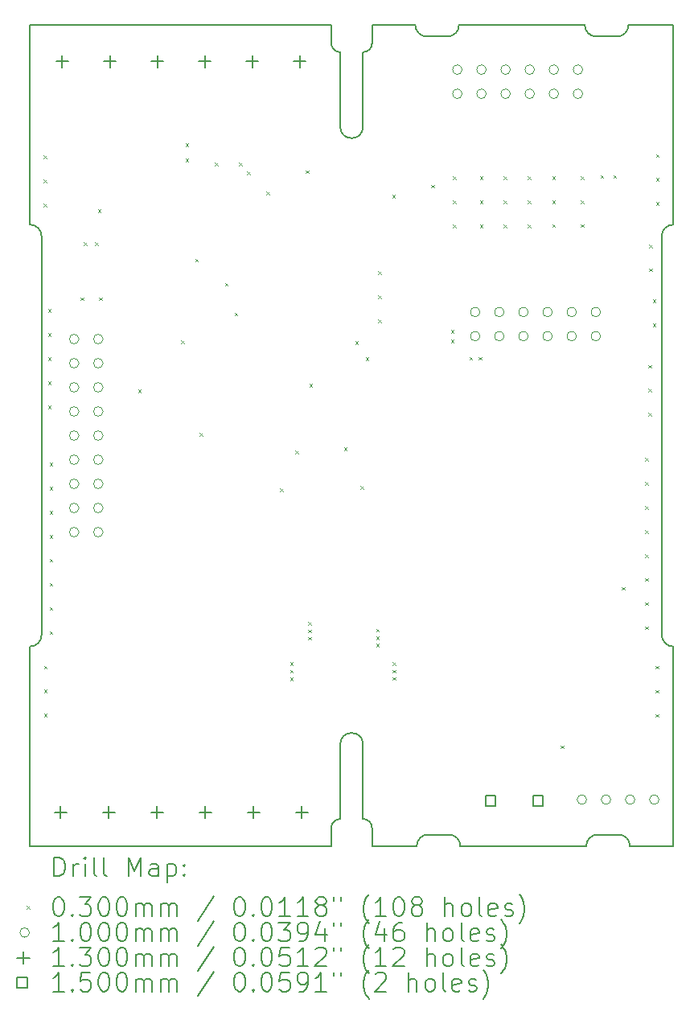
<source format=gbr>
%TF.GenerationSoftware,KiCad,Pcbnew,8.0.8*%
%TF.CreationDate,2025-02-19T14:34:19-05:00*%
%TF.ProjectId,afe_230v_16a,6166655f-3233-4307-965f-3136612e6b69,rev?*%
%TF.SameCoordinates,Original*%
%TF.FileFunction,Drillmap*%
%TF.FilePolarity,Positive*%
%FSLAX45Y45*%
G04 Gerber Fmt 4.5, Leading zero omitted, Abs format (unit mm)*
G04 Created by KiCad (PCBNEW 8.0.8) date 2025-02-19 14:34:19*
%MOMM*%
%LPD*%
G01*
G04 APERTURE LIST*
%ADD10C,0.150000*%
%ADD11C,0.200000*%
%ADD12C,0.100000*%
%ADD13C,0.130000*%
G04 APERTURE END LIST*
D10*
X15060000Y-6215000D02*
X15060000Y-5430000D01*
X11915000Y-11565000D02*
X11915000Y-7365000D01*
X15865000Y-13785000D02*
G75*
G02*
X15985000Y-13665000I120000J0D01*
G01*
X14965000Y-5145000D02*
X11795000Y-5145000D01*
X17990000Y-13665000D02*
G75*
G02*
X18110000Y-13785000I0J-120000D01*
G01*
X14965000Y-5335000D02*
X14965000Y-5145000D01*
X15060000Y-12715000D02*
G75*
G02*
X15300000Y-12715000I120000J0D01*
G01*
X15395000Y-5335000D02*
X15395000Y-5145000D01*
X15300000Y-13500000D02*
G75*
G02*
X15395000Y-13595000I0J-95000D01*
G01*
X11795000Y-7245000D02*
G75*
G02*
X11915000Y-7365000I0J-120000D01*
G01*
X18095000Y-5145000D02*
G75*
G02*
X17975000Y-5265000I-120000J0D01*
G01*
X18565000Y-13785000D02*
X18110000Y-13785000D01*
X17650000Y-13785000D02*
G75*
G02*
X17770000Y-13665000I120000J0D01*
G01*
X16205000Y-13665000D02*
X15985000Y-13665000D01*
X11795000Y-7245000D02*
X11795000Y-5145000D01*
X14965000Y-13595000D02*
X14965000Y-13785000D01*
X16205000Y-13665000D02*
G75*
G02*
X16325000Y-13785000I0J-120000D01*
G01*
X15865000Y-13785000D02*
X15395000Y-13785000D01*
X17650000Y-13785000D02*
X16325000Y-13785000D01*
X15060000Y-5430000D02*
G75*
G02*
X14965000Y-5335000I0J95000D01*
G01*
X18565000Y-11685000D02*
G75*
G02*
X18445000Y-11565000I0J120000D01*
G01*
X17990000Y-13665000D02*
X17770000Y-13665000D01*
X15970000Y-5265000D02*
X16190000Y-5265000D01*
X15300000Y-5430000D02*
X15300000Y-6215000D01*
X16310000Y-5145000D02*
X17635000Y-5145000D01*
X11795000Y-11685000D02*
X11795000Y-13785000D01*
X18445000Y-7365000D02*
G75*
G02*
X18565000Y-7245000I120000J0D01*
G01*
X17755000Y-5265000D02*
X17975000Y-5265000D01*
X15395000Y-5145000D02*
X15850000Y-5145000D01*
X14965000Y-13595000D02*
G75*
G02*
X15060000Y-13500000I95000J0D01*
G01*
X16310000Y-5145000D02*
G75*
G02*
X16190000Y-5265000I-120000J0D01*
G01*
X15970000Y-5265000D02*
G75*
G02*
X15850000Y-5145000I0J120000D01*
G01*
X15395000Y-5335000D02*
G75*
G02*
X15300000Y-5430000I-95000J0D01*
G01*
X15060000Y-13500000D02*
X15060000Y-12715000D01*
X18445000Y-7365000D02*
X18445000Y-11565000D01*
X18565000Y-7245000D02*
X18565000Y-5145000D01*
X17755000Y-5265000D02*
G75*
G02*
X17635000Y-5145000I0J120000D01*
G01*
X18565000Y-11685000D02*
X18565000Y-13785000D01*
X11915000Y-11565000D02*
G75*
G02*
X11795000Y-11685000I-120000J0D01*
G01*
X15395000Y-13595000D02*
X15395000Y-13785000D01*
X15300000Y-12715000D02*
X15300000Y-13500000D01*
X18095000Y-5145000D02*
X18565000Y-5145000D01*
X15300000Y-6215000D02*
G75*
G02*
X15060000Y-6215000I-120000J0D01*
G01*
X14965000Y-13785000D02*
X11795000Y-13785000D01*
D11*
D12*
X11939000Y-6516785D02*
X11969000Y-6546785D01*
X11969000Y-6516785D02*
X11939000Y-6546785D01*
X11939000Y-6770000D02*
X11969000Y-6800000D01*
X11969000Y-6770000D02*
X11939000Y-6800000D01*
X11939000Y-7023214D02*
X11969000Y-7053214D01*
X11969000Y-7023214D02*
X11939000Y-7053214D01*
X11941000Y-11887000D02*
X11971000Y-11917000D01*
X11971000Y-11887000D02*
X11941000Y-11917000D01*
X11941000Y-12140215D02*
X11971000Y-12170215D01*
X11971000Y-12140215D02*
X11941000Y-12170215D01*
X11941000Y-12393429D02*
X11971000Y-12423429D01*
X11971000Y-12393429D02*
X11941000Y-12423429D01*
X11984000Y-8135357D02*
X12014000Y-8165357D01*
X12014000Y-8135357D02*
X11984000Y-8165357D01*
X11984000Y-8388572D02*
X12014000Y-8418572D01*
X12014000Y-8388572D02*
X11984000Y-8418572D01*
X11984000Y-8641786D02*
X12014000Y-8671786D01*
X12014000Y-8641786D02*
X11984000Y-8671786D01*
X11984000Y-8895000D02*
X12014000Y-8925000D01*
X12014000Y-8895000D02*
X11984000Y-8925000D01*
X11984000Y-9148215D02*
X12014000Y-9178215D01*
X12014000Y-9148215D02*
X11984000Y-9178215D01*
X11999000Y-9751786D02*
X12029000Y-9781786D01*
X12029000Y-9751786D02*
X11999000Y-9781786D01*
X11999000Y-10005000D02*
X12029000Y-10035000D01*
X12029000Y-10005000D02*
X11999000Y-10035000D01*
X11999000Y-10258214D02*
X12029000Y-10288214D01*
X12029000Y-10258214D02*
X11999000Y-10288214D01*
X11999000Y-10511428D02*
X12029000Y-10541428D01*
X12029000Y-10511428D02*
X11999000Y-10541428D01*
X11999000Y-10764643D02*
X12029000Y-10794643D01*
X12029000Y-10764643D02*
X11999000Y-10794643D01*
X11999000Y-11017857D02*
X12029000Y-11047857D01*
X12029000Y-11017857D02*
X11999000Y-11047857D01*
X11999000Y-11271071D02*
X12029000Y-11301071D01*
X12029000Y-11271071D02*
X11999000Y-11301071D01*
X11999000Y-11524286D02*
X12029000Y-11554286D01*
X12029000Y-11524286D02*
X11999000Y-11554286D01*
X12327500Y-8013000D02*
X12357500Y-8043000D01*
X12357500Y-8013000D02*
X12327500Y-8043000D01*
X12361000Y-7429000D02*
X12391000Y-7459000D01*
X12391000Y-7429000D02*
X12361000Y-7459000D01*
X12480768Y-7429000D02*
X12510768Y-7459000D01*
X12510768Y-7429000D02*
X12480768Y-7459000D01*
X12507000Y-7085000D02*
X12537000Y-7115000D01*
X12537000Y-7085000D02*
X12507000Y-7115000D01*
X12520000Y-8012000D02*
X12550000Y-8042000D01*
X12550000Y-8012000D02*
X12520000Y-8042000D01*
X12930000Y-8981250D02*
X12960000Y-9011250D01*
X12960000Y-8981250D02*
X12930000Y-9011250D01*
X13385182Y-8466250D02*
X13415182Y-8496250D01*
X13415182Y-8466250D02*
X13385182Y-8496250D01*
X13430000Y-6391000D02*
X13460000Y-6421000D01*
X13460000Y-6391000D02*
X13430000Y-6421000D01*
X13431000Y-6550000D02*
X13461000Y-6580000D01*
X13461000Y-6550000D02*
X13431000Y-6580000D01*
X13531250Y-7606250D02*
X13561250Y-7636250D01*
X13561250Y-7606250D02*
X13531250Y-7636250D01*
X13579000Y-9437500D02*
X13609000Y-9467500D01*
X13609000Y-9437500D02*
X13579000Y-9467500D01*
X13741000Y-6595000D02*
X13771000Y-6625000D01*
X13771000Y-6595000D02*
X13741000Y-6625000D01*
X13846000Y-7860000D02*
X13876000Y-7890000D01*
X13876000Y-7860000D02*
X13846000Y-7890000D01*
X13947682Y-8173750D02*
X13977682Y-8203750D01*
X13977682Y-8173750D02*
X13947682Y-8203750D01*
X13994214Y-6595000D02*
X14024214Y-6625000D01*
X14024214Y-6595000D02*
X13994214Y-6625000D01*
X14079000Y-6687000D02*
X14109000Y-6717000D01*
X14109000Y-6687000D02*
X14079000Y-6717000D01*
X14283750Y-6897500D02*
X14313750Y-6927500D01*
X14313750Y-6897500D02*
X14283750Y-6927500D01*
X14425000Y-10022000D02*
X14455000Y-10052000D01*
X14455000Y-10022000D02*
X14425000Y-10052000D01*
X14532000Y-11853000D02*
X14562000Y-11883000D01*
X14562000Y-11853000D02*
X14532000Y-11883000D01*
X14532000Y-11931500D02*
X14562000Y-11961500D01*
X14562000Y-11931500D02*
X14532000Y-11961500D01*
X14532000Y-12010000D02*
X14562000Y-12040000D01*
X14562000Y-12010000D02*
X14532000Y-12040000D01*
X14585000Y-9622000D02*
X14615000Y-9652000D01*
X14615000Y-9622000D02*
X14585000Y-9652000D01*
X14695500Y-6674500D02*
X14725500Y-6704500D01*
X14725500Y-6674500D02*
X14695500Y-6704500D01*
X14723000Y-11428500D02*
X14753000Y-11458500D01*
X14753000Y-11428500D02*
X14723000Y-11458500D01*
X14723000Y-11507000D02*
X14753000Y-11537000D01*
X14753000Y-11507000D02*
X14723000Y-11537000D01*
X14723000Y-11585500D02*
X14753000Y-11615500D01*
X14753000Y-11585500D02*
X14723000Y-11615500D01*
X14737000Y-8920000D02*
X14767000Y-8950000D01*
X14767000Y-8920000D02*
X14737000Y-8950000D01*
X15098000Y-9592000D02*
X15128000Y-9622000D01*
X15128000Y-9592000D02*
X15098000Y-9622000D01*
X15217000Y-8472000D02*
X15247000Y-8502000D01*
X15247000Y-8472000D02*
X15217000Y-8502000D01*
X15272500Y-9995000D02*
X15302500Y-10025000D01*
X15302500Y-9995000D02*
X15272500Y-10025000D01*
X15329000Y-8642500D02*
X15359000Y-8672500D01*
X15359000Y-8642500D02*
X15329000Y-8672500D01*
X15439000Y-11501000D02*
X15469000Y-11531000D01*
X15469000Y-11501000D02*
X15439000Y-11531000D01*
X15439000Y-11579500D02*
X15469000Y-11609500D01*
X15469000Y-11579500D02*
X15439000Y-11609500D01*
X15439000Y-11658000D02*
X15469000Y-11688000D01*
X15469000Y-11658000D02*
X15439000Y-11688000D01*
X15460000Y-7737000D02*
X15490000Y-7767000D01*
X15490000Y-7737000D02*
X15460000Y-7767000D01*
X15460000Y-7990215D02*
X15490000Y-8020215D01*
X15490000Y-7990215D02*
X15460000Y-8020215D01*
X15460000Y-8243429D02*
X15490000Y-8273429D01*
X15490000Y-8243429D02*
X15460000Y-8273429D01*
X15605500Y-6933500D02*
X15635500Y-6963500D01*
X15635500Y-6933500D02*
X15605500Y-6963500D01*
X15612000Y-11851000D02*
X15642000Y-11881000D01*
X15642000Y-11851000D02*
X15612000Y-11881000D01*
X15612000Y-11929500D02*
X15642000Y-11959500D01*
X15642000Y-11929500D02*
X15612000Y-11959500D01*
X15612000Y-12008000D02*
X15642000Y-12038000D01*
X15642000Y-12008000D02*
X15612000Y-12038000D01*
X16019000Y-6824000D02*
X16049000Y-6854000D01*
X16049000Y-6824000D02*
X16019000Y-6854000D01*
X16224000Y-8356000D02*
X16254000Y-8386000D01*
X16254000Y-8356000D02*
X16224000Y-8386000D01*
X16224000Y-8456215D02*
X16254000Y-8486215D01*
X16254000Y-8456215D02*
X16224000Y-8486215D01*
X16248000Y-6739000D02*
X16278000Y-6769000D01*
X16278000Y-6739000D02*
X16248000Y-6769000D01*
X16248000Y-6992215D02*
X16278000Y-7022215D01*
X16278000Y-6992215D02*
X16248000Y-7022215D01*
X16248000Y-7245429D02*
X16278000Y-7275429D01*
X16278000Y-7245429D02*
X16248000Y-7275429D01*
X16418785Y-8637000D02*
X16448785Y-8667000D01*
X16448785Y-8637000D02*
X16418785Y-8667000D01*
X16519000Y-8637000D02*
X16549000Y-8667000D01*
X16549000Y-8637000D02*
X16519000Y-8667000D01*
X16531000Y-6739000D02*
X16561000Y-6769000D01*
X16561000Y-6739000D02*
X16531000Y-6769000D01*
X16531000Y-6992215D02*
X16561000Y-7022215D01*
X16561000Y-6992215D02*
X16531000Y-7022215D01*
X16531000Y-7245429D02*
X16561000Y-7275429D01*
X16561000Y-7245429D02*
X16531000Y-7275429D01*
X16782000Y-6737000D02*
X16812000Y-6767000D01*
X16812000Y-6737000D02*
X16782000Y-6767000D01*
X16782000Y-6990215D02*
X16812000Y-7020215D01*
X16812000Y-6990215D02*
X16782000Y-7020215D01*
X16782000Y-7243429D02*
X16812000Y-7273429D01*
X16812000Y-7243429D02*
X16782000Y-7273429D01*
X17036000Y-6737000D02*
X17066000Y-6767000D01*
X17066000Y-6737000D02*
X17036000Y-6767000D01*
X17036000Y-6990215D02*
X17066000Y-7020215D01*
X17066000Y-6990215D02*
X17036000Y-7020215D01*
X17036000Y-7243429D02*
X17066000Y-7273429D01*
X17066000Y-7243429D02*
X17036000Y-7273429D01*
X17293000Y-6735571D02*
X17323000Y-6765571D01*
X17323000Y-6735571D02*
X17293000Y-6765571D01*
X17293000Y-6988786D02*
X17323000Y-7018786D01*
X17323000Y-6988786D02*
X17293000Y-7018786D01*
X17293000Y-7242000D02*
X17323000Y-7272000D01*
X17323000Y-7242000D02*
X17293000Y-7272000D01*
X17381000Y-12729000D02*
X17411000Y-12759000D01*
X17411000Y-12729000D02*
X17381000Y-12759000D01*
X17592000Y-6735785D02*
X17622000Y-6765785D01*
X17622000Y-6735785D02*
X17592000Y-6765785D01*
X17592000Y-6989000D02*
X17622000Y-7019000D01*
X17622000Y-6989000D02*
X17592000Y-7019000D01*
X17592000Y-7242214D02*
X17622000Y-7272214D01*
X17622000Y-7242214D02*
X17592000Y-7272214D01*
X17799000Y-6726000D02*
X17829000Y-6756000D01*
X17829000Y-6726000D02*
X17799000Y-6756000D01*
X17935000Y-6725000D02*
X17965000Y-6755000D01*
X17965000Y-6725000D02*
X17935000Y-6755000D01*
X18025000Y-11059000D02*
X18055000Y-11089000D01*
X18055000Y-11059000D02*
X18025000Y-11089000D01*
X18270000Y-9701429D02*
X18300000Y-9731429D01*
X18300000Y-9701429D02*
X18270000Y-9731429D01*
X18270000Y-9954643D02*
X18300000Y-9984643D01*
X18300000Y-9954643D02*
X18270000Y-9984643D01*
X18270000Y-10207857D02*
X18300000Y-10237857D01*
X18300000Y-10207857D02*
X18270000Y-10237857D01*
X18270000Y-10461072D02*
X18300000Y-10491072D01*
X18300000Y-10461072D02*
X18270000Y-10491072D01*
X18270000Y-10714286D02*
X18300000Y-10744286D01*
X18300000Y-10714286D02*
X18270000Y-10744286D01*
X18270000Y-10967500D02*
X18300000Y-10997500D01*
X18300000Y-10967500D02*
X18270000Y-10997500D01*
X18270000Y-11220714D02*
X18300000Y-11250714D01*
X18300000Y-11220714D02*
X18270000Y-11250714D01*
X18270000Y-11473929D02*
X18300000Y-11503929D01*
X18300000Y-11473929D02*
X18270000Y-11503929D01*
X18302000Y-8974285D02*
X18332000Y-9004285D01*
X18332000Y-8974285D02*
X18302000Y-9004285D01*
X18302000Y-9227500D02*
X18332000Y-9257500D01*
X18332000Y-9227500D02*
X18302000Y-9257500D01*
X18303000Y-8721785D02*
X18333000Y-8751785D01*
X18333000Y-8721785D02*
X18303000Y-8751785D01*
X18314000Y-7455000D02*
X18344000Y-7485000D01*
X18344000Y-7455000D02*
X18314000Y-7485000D01*
X18314000Y-7708214D02*
X18344000Y-7738214D01*
X18344000Y-7708214D02*
X18314000Y-7738214D01*
X18349000Y-8033786D02*
X18379000Y-8063786D01*
X18379000Y-8033786D02*
X18349000Y-8063786D01*
X18349000Y-8287000D02*
X18379000Y-8317000D01*
X18379000Y-8287000D02*
X18349000Y-8317000D01*
X18379000Y-11889571D02*
X18409000Y-11919571D01*
X18409000Y-11889571D02*
X18379000Y-11919571D01*
X18379000Y-12142786D02*
X18409000Y-12172786D01*
X18409000Y-12142786D02*
X18379000Y-12172786D01*
X18379000Y-12396000D02*
X18409000Y-12426000D01*
X18409000Y-12396000D02*
X18379000Y-12426000D01*
X18383000Y-6502785D02*
X18413000Y-6532785D01*
X18413000Y-6502785D02*
X18383000Y-6532785D01*
X18383000Y-6756000D02*
X18413000Y-6786000D01*
X18413000Y-6756000D02*
X18383000Y-6786000D01*
X18383000Y-7009214D02*
X18413000Y-7039214D01*
X18413000Y-7009214D02*
X18383000Y-7039214D01*
X12308000Y-8449000D02*
G75*
G02*
X12208000Y-8449000I-50000J0D01*
G01*
X12208000Y-8449000D02*
G75*
G02*
X12308000Y-8449000I50000J0D01*
G01*
X12308000Y-8703000D02*
G75*
G02*
X12208000Y-8703000I-50000J0D01*
G01*
X12208000Y-8703000D02*
G75*
G02*
X12308000Y-8703000I50000J0D01*
G01*
X12308000Y-8957000D02*
G75*
G02*
X12208000Y-8957000I-50000J0D01*
G01*
X12208000Y-8957000D02*
G75*
G02*
X12308000Y-8957000I50000J0D01*
G01*
X12308000Y-9211000D02*
G75*
G02*
X12208000Y-9211000I-50000J0D01*
G01*
X12208000Y-9211000D02*
G75*
G02*
X12308000Y-9211000I50000J0D01*
G01*
X12308000Y-9465000D02*
G75*
G02*
X12208000Y-9465000I-50000J0D01*
G01*
X12208000Y-9465000D02*
G75*
G02*
X12308000Y-9465000I50000J0D01*
G01*
X12308000Y-9719000D02*
G75*
G02*
X12208000Y-9719000I-50000J0D01*
G01*
X12208000Y-9719000D02*
G75*
G02*
X12308000Y-9719000I50000J0D01*
G01*
X12308000Y-9973000D02*
G75*
G02*
X12208000Y-9973000I-50000J0D01*
G01*
X12208000Y-9973000D02*
G75*
G02*
X12308000Y-9973000I50000J0D01*
G01*
X12308000Y-10227000D02*
G75*
G02*
X12208000Y-10227000I-50000J0D01*
G01*
X12208000Y-10227000D02*
G75*
G02*
X12308000Y-10227000I50000J0D01*
G01*
X12308000Y-10481000D02*
G75*
G02*
X12208000Y-10481000I-50000J0D01*
G01*
X12208000Y-10481000D02*
G75*
G02*
X12308000Y-10481000I50000J0D01*
G01*
X12562000Y-8449000D02*
G75*
G02*
X12462000Y-8449000I-50000J0D01*
G01*
X12462000Y-8449000D02*
G75*
G02*
X12562000Y-8449000I50000J0D01*
G01*
X12562000Y-8703000D02*
G75*
G02*
X12462000Y-8703000I-50000J0D01*
G01*
X12462000Y-8703000D02*
G75*
G02*
X12562000Y-8703000I50000J0D01*
G01*
X12562000Y-8957000D02*
G75*
G02*
X12462000Y-8957000I-50000J0D01*
G01*
X12462000Y-8957000D02*
G75*
G02*
X12562000Y-8957000I50000J0D01*
G01*
X12562000Y-9211000D02*
G75*
G02*
X12462000Y-9211000I-50000J0D01*
G01*
X12462000Y-9211000D02*
G75*
G02*
X12562000Y-9211000I50000J0D01*
G01*
X12562000Y-9465000D02*
G75*
G02*
X12462000Y-9465000I-50000J0D01*
G01*
X12462000Y-9465000D02*
G75*
G02*
X12562000Y-9465000I50000J0D01*
G01*
X12562000Y-9719000D02*
G75*
G02*
X12462000Y-9719000I-50000J0D01*
G01*
X12462000Y-9719000D02*
G75*
G02*
X12562000Y-9719000I50000J0D01*
G01*
X12562000Y-9973000D02*
G75*
G02*
X12462000Y-9973000I-50000J0D01*
G01*
X12462000Y-9973000D02*
G75*
G02*
X12562000Y-9973000I50000J0D01*
G01*
X12562000Y-10227000D02*
G75*
G02*
X12462000Y-10227000I-50000J0D01*
G01*
X12462000Y-10227000D02*
G75*
G02*
X12562000Y-10227000I50000J0D01*
G01*
X12562000Y-10481000D02*
G75*
G02*
X12462000Y-10481000I-50000J0D01*
G01*
X12462000Y-10481000D02*
G75*
G02*
X12562000Y-10481000I50000J0D01*
G01*
X16342000Y-5613500D02*
G75*
G02*
X16242000Y-5613500I-50000J0D01*
G01*
X16242000Y-5613500D02*
G75*
G02*
X16342000Y-5613500I50000J0D01*
G01*
X16342000Y-5867500D02*
G75*
G02*
X16242000Y-5867500I-50000J0D01*
G01*
X16242000Y-5867500D02*
G75*
G02*
X16342000Y-5867500I50000J0D01*
G01*
X16530000Y-8165000D02*
G75*
G02*
X16430000Y-8165000I-50000J0D01*
G01*
X16430000Y-8165000D02*
G75*
G02*
X16530000Y-8165000I50000J0D01*
G01*
X16530000Y-8419000D02*
G75*
G02*
X16430000Y-8419000I-50000J0D01*
G01*
X16430000Y-8419000D02*
G75*
G02*
X16530000Y-8419000I50000J0D01*
G01*
X16596000Y-5613500D02*
G75*
G02*
X16496000Y-5613500I-50000J0D01*
G01*
X16496000Y-5613500D02*
G75*
G02*
X16596000Y-5613500I50000J0D01*
G01*
X16596000Y-5867500D02*
G75*
G02*
X16496000Y-5867500I-50000J0D01*
G01*
X16496000Y-5867500D02*
G75*
G02*
X16596000Y-5867500I50000J0D01*
G01*
X16784000Y-8165000D02*
G75*
G02*
X16684000Y-8165000I-50000J0D01*
G01*
X16684000Y-8165000D02*
G75*
G02*
X16784000Y-8165000I50000J0D01*
G01*
X16784000Y-8419000D02*
G75*
G02*
X16684000Y-8419000I-50000J0D01*
G01*
X16684000Y-8419000D02*
G75*
G02*
X16784000Y-8419000I50000J0D01*
G01*
X16850000Y-5613500D02*
G75*
G02*
X16750000Y-5613500I-50000J0D01*
G01*
X16750000Y-5613500D02*
G75*
G02*
X16850000Y-5613500I50000J0D01*
G01*
X16850000Y-5867500D02*
G75*
G02*
X16750000Y-5867500I-50000J0D01*
G01*
X16750000Y-5867500D02*
G75*
G02*
X16850000Y-5867500I50000J0D01*
G01*
X17038000Y-8165000D02*
G75*
G02*
X16938000Y-8165000I-50000J0D01*
G01*
X16938000Y-8165000D02*
G75*
G02*
X17038000Y-8165000I50000J0D01*
G01*
X17038000Y-8419000D02*
G75*
G02*
X16938000Y-8419000I-50000J0D01*
G01*
X16938000Y-8419000D02*
G75*
G02*
X17038000Y-8419000I50000J0D01*
G01*
X17104000Y-5613500D02*
G75*
G02*
X17004000Y-5613500I-50000J0D01*
G01*
X17004000Y-5613500D02*
G75*
G02*
X17104000Y-5613500I50000J0D01*
G01*
X17104000Y-5867500D02*
G75*
G02*
X17004000Y-5867500I-50000J0D01*
G01*
X17004000Y-5867500D02*
G75*
G02*
X17104000Y-5867500I50000J0D01*
G01*
X17292000Y-8165000D02*
G75*
G02*
X17192000Y-8165000I-50000J0D01*
G01*
X17192000Y-8165000D02*
G75*
G02*
X17292000Y-8165000I50000J0D01*
G01*
X17292000Y-8419000D02*
G75*
G02*
X17192000Y-8419000I-50000J0D01*
G01*
X17192000Y-8419000D02*
G75*
G02*
X17292000Y-8419000I50000J0D01*
G01*
X17358000Y-5613500D02*
G75*
G02*
X17258000Y-5613500I-50000J0D01*
G01*
X17258000Y-5613500D02*
G75*
G02*
X17358000Y-5613500I50000J0D01*
G01*
X17358000Y-5867500D02*
G75*
G02*
X17258000Y-5867500I-50000J0D01*
G01*
X17258000Y-5867500D02*
G75*
G02*
X17358000Y-5867500I50000J0D01*
G01*
X17546000Y-8165000D02*
G75*
G02*
X17446000Y-8165000I-50000J0D01*
G01*
X17446000Y-8165000D02*
G75*
G02*
X17546000Y-8165000I50000J0D01*
G01*
X17546000Y-8419000D02*
G75*
G02*
X17446000Y-8419000I-50000J0D01*
G01*
X17446000Y-8419000D02*
G75*
G02*
X17546000Y-8419000I50000J0D01*
G01*
X17612000Y-5613500D02*
G75*
G02*
X17512000Y-5613500I-50000J0D01*
G01*
X17512000Y-5613500D02*
G75*
G02*
X17612000Y-5613500I50000J0D01*
G01*
X17612000Y-5867500D02*
G75*
G02*
X17512000Y-5867500I-50000J0D01*
G01*
X17512000Y-5867500D02*
G75*
G02*
X17612000Y-5867500I50000J0D01*
G01*
X17654000Y-13297000D02*
G75*
G02*
X17554000Y-13297000I-50000J0D01*
G01*
X17554000Y-13297000D02*
G75*
G02*
X17654000Y-13297000I50000J0D01*
G01*
X17800000Y-8165000D02*
G75*
G02*
X17700000Y-8165000I-50000J0D01*
G01*
X17700000Y-8165000D02*
G75*
G02*
X17800000Y-8165000I50000J0D01*
G01*
X17800000Y-8419000D02*
G75*
G02*
X17700000Y-8419000I-50000J0D01*
G01*
X17700000Y-8419000D02*
G75*
G02*
X17800000Y-8419000I50000J0D01*
G01*
X17908000Y-13297000D02*
G75*
G02*
X17808000Y-13297000I-50000J0D01*
G01*
X17808000Y-13297000D02*
G75*
G02*
X17908000Y-13297000I50000J0D01*
G01*
X18162000Y-13297000D02*
G75*
G02*
X18062000Y-13297000I-50000J0D01*
G01*
X18062000Y-13297000D02*
G75*
G02*
X18162000Y-13297000I50000J0D01*
G01*
X18416000Y-13297000D02*
G75*
G02*
X18316000Y-13297000I-50000J0D01*
G01*
X18316000Y-13297000D02*
G75*
G02*
X18416000Y-13297000I50000J0D01*
G01*
D13*
X12114500Y-13364000D02*
X12114500Y-13494000D01*
X12049500Y-13429000D02*
X12179500Y-13429000D01*
X12134000Y-5461500D02*
X12134000Y-5591500D01*
X12069000Y-5526500D02*
X12199000Y-5526500D01*
X12622500Y-13364000D02*
X12622500Y-13494000D01*
X12557500Y-13429000D02*
X12687500Y-13429000D01*
X12634000Y-5461500D02*
X12634000Y-5591500D01*
X12569000Y-5526500D02*
X12699000Y-5526500D01*
X13130500Y-13364000D02*
X13130500Y-13494000D01*
X13065500Y-13429000D02*
X13195500Y-13429000D01*
X13134000Y-5461500D02*
X13134000Y-5591500D01*
X13069000Y-5526500D02*
X13199000Y-5526500D01*
X13634000Y-5461500D02*
X13634000Y-5591500D01*
X13569000Y-5526500D02*
X13699000Y-5526500D01*
X13638500Y-13364000D02*
X13638500Y-13494000D01*
X13573500Y-13429000D02*
X13703500Y-13429000D01*
X14134000Y-5461500D02*
X14134000Y-5591500D01*
X14069000Y-5526500D02*
X14199000Y-5526500D01*
X14146500Y-13364000D02*
X14146500Y-13494000D01*
X14081500Y-13429000D02*
X14211500Y-13429000D01*
X14634000Y-5461500D02*
X14634000Y-5591500D01*
X14569000Y-5526500D02*
X14699000Y-5526500D01*
X14654500Y-13364000D02*
X14654500Y-13494000D01*
X14589500Y-13429000D02*
X14719500Y-13429000D01*
D10*
X16695033Y-13361033D02*
X16695033Y-13254966D01*
X16588966Y-13254966D01*
X16588966Y-13361033D01*
X16695033Y-13361033D01*
X17195034Y-13361033D02*
X17195034Y-13254966D01*
X17088967Y-13254966D01*
X17088967Y-13361033D01*
X17195034Y-13361033D01*
D11*
X12048277Y-14103984D02*
X12048277Y-13903984D01*
X12048277Y-13903984D02*
X12095896Y-13903984D01*
X12095896Y-13903984D02*
X12124467Y-13913508D01*
X12124467Y-13913508D02*
X12143515Y-13932555D01*
X12143515Y-13932555D02*
X12153039Y-13951603D01*
X12153039Y-13951603D02*
X12162562Y-13989698D01*
X12162562Y-13989698D02*
X12162562Y-14018269D01*
X12162562Y-14018269D02*
X12153039Y-14056365D01*
X12153039Y-14056365D02*
X12143515Y-14075412D01*
X12143515Y-14075412D02*
X12124467Y-14094460D01*
X12124467Y-14094460D02*
X12095896Y-14103984D01*
X12095896Y-14103984D02*
X12048277Y-14103984D01*
X12248277Y-14103984D02*
X12248277Y-13970650D01*
X12248277Y-14008746D02*
X12257801Y-13989698D01*
X12257801Y-13989698D02*
X12267324Y-13980174D01*
X12267324Y-13980174D02*
X12286372Y-13970650D01*
X12286372Y-13970650D02*
X12305420Y-13970650D01*
X12372086Y-14103984D02*
X12372086Y-13970650D01*
X12372086Y-13903984D02*
X12362562Y-13913508D01*
X12362562Y-13913508D02*
X12372086Y-13923031D01*
X12372086Y-13923031D02*
X12381610Y-13913508D01*
X12381610Y-13913508D02*
X12372086Y-13903984D01*
X12372086Y-13903984D02*
X12372086Y-13923031D01*
X12495896Y-14103984D02*
X12476848Y-14094460D01*
X12476848Y-14094460D02*
X12467324Y-14075412D01*
X12467324Y-14075412D02*
X12467324Y-13903984D01*
X12600658Y-14103984D02*
X12581610Y-14094460D01*
X12581610Y-14094460D02*
X12572086Y-14075412D01*
X12572086Y-14075412D02*
X12572086Y-13903984D01*
X12829229Y-14103984D02*
X12829229Y-13903984D01*
X12829229Y-13903984D02*
X12895896Y-14046841D01*
X12895896Y-14046841D02*
X12962562Y-13903984D01*
X12962562Y-13903984D02*
X12962562Y-14103984D01*
X13143515Y-14103984D02*
X13143515Y-13999222D01*
X13143515Y-13999222D02*
X13133991Y-13980174D01*
X13133991Y-13980174D02*
X13114943Y-13970650D01*
X13114943Y-13970650D02*
X13076848Y-13970650D01*
X13076848Y-13970650D02*
X13057801Y-13980174D01*
X13143515Y-14094460D02*
X13124467Y-14103984D01*
X13124467Y-14103984D02*
X13076848Y-14103984D01*
X13076848Y-14103984D02*
X13057801Y-14094460D01*
X13057801Y-14094460D02*
X13048277Y-14075412D01*
X13048277Y-14075412D02*
X13048277Y-14056365D01*
X13048277Y-14056365D02*
X13057801Y-14037317D01*
X13057801Y-14037317D02*
X13076848Y-14027793D01*
X13076848Y-14027793D02*
X13124467Y-14027793D01*
X13124467Y-14027793D02*
X13143515Y-14018269D01*
X13238753Y-13970650D02*
X13238753Y-14170650D01*
X13238753Y-13980174D02*
X13257801Y-13970650D01*
X13257801Y-13970650D02*
X13295896Y-13970650D01*
X13295896Y-13970650D02*
X13314943Y-13980174D01*
X13314943Y-13980174D02*
X13324467Y-13989698D01*
X13324467Y-13989698D02*
X13333991Y-14008746D01*
X13333991Y-14008746D02*
X13333991Y-14065888D01*
X13333991Y-14065888D02*
X13324467Y-14084936D01*
X13324467Y-14084936D02*
X13314943Y-14094460D01*
X13314943Y-14094460D02*
X13295896Y-14103984D01*
X13295896Y-14103984D02*
X13257801Y-14103984D01*
X13257801Y-14103984D02*
X13238753Y-14094460D01*
X13419705Y-14084936D02*
X13429229Y-14094460D01*
X13429229Y-14094460D02*
X13419705Y-14103984D01*
X13419705Y-14103984D02*
X13410182Y-14094460D01*
X13410182Y-14094460D02*
X13419705Y-14084936D01*
X13419705Y-14084936D02*
X13419705Y-14103984D01*
X13419705Y-13980174D02*
X13429229Y-13989698D01*
X13429229Y-13989698D02*
X13419705Y-13999222D01*
X13419705Y-13999222D02*
X13410182Y-13989698D01*
X13410182Y-13989698D02*
X13419705Y-13980174D01*
X13419705Y-13980174D02*
X13419705Y-13999222D01*
D12*
X11757500Y-14417500D02*
X11787500Y-14447500D01*
X11787500Y-14417500D02*
X11757500Y-14447500D01*
D11*
X12086372Y-14323984D02*
X12105420Y-14323984D01*
X12105420Y-14323984D02*
X12124467Y-14333508D01*
X12124467Y-14333508D02*
X12133991Y-14343031D01*
X12133991Y-14343031D02*
X12143515Y-14362079D01*
X12143515Y-14362079D02*
X12153039Y-14400174D01*
X12153039Y-14400174D02*
X12153039Y-14447793D01*
X12153039Y-14447793D02*
X12143515Y-14485888D01*
X12143515Y-14485888D02*
X12133991Y-14504936D01*
X12133991Y-14504936D02*
X12124467Y-14514460D01*
X12124467Y-14514460D02*
X12105420Y-14523984D01*
X12105420Y-14523984D02*
X12086372Y-14523984D01*
X12086372Y-14523984D02*
X12067324Y-14514460D01*
X12067324Y-14514460D02*
X12057801Y-14504936D01*
X12057801Y-14504936D02*
X12048277Y-14485888D01*
X12048277Y-14485888D02*
X12038753Y-14447793D01*
X12038753Y-14447793D02*
X12038753Y-14400174D01*
X12038753Y-14400174D02*
X12048277Y-14362079D01*
X12048277Y-14362079D02*
X12057801Y-14343031D01*
X12057801Y-14343031D02*
X12067324Y-14333508D01*
X12067324Y-14333508D02*
X12086372Y-14323984D01*
X12238753Y-14504936D02*
X12248277Y-14514460D01*
X12248277Y-14514460D02*
X12238753Y-14523984D01*
X12238753Y-14523984D02*
X12229229Y-14514460D01*
X12229229Y-14514460D02*
X12238753Y-14504936D01*
X12238753Y-14504936D02*
X12238753Y-14523984D01*
X12314943Y-14323984D02*
X12438753Y-14323984D01*
X12438753Y-14323984D02*
X12372086Y-14400174D01*
X12372086Y-14400174D02*
X12400658Y-14400174D01*
X12400658Y-14400174D02*
X12419705Y-14409698D01*
X12419705Y-14409698D02*
X12429229Y-14419222D01*
X12429229Y-14419222D02*
X12438753Y-14438269D01*
X12438753Y-14438269D02*
X12438753Y-14485888D01*
X12438753Y-14485888D02*
X12429229Y-14504936D01*
X12429229Y-14504936D02*
X12419705Y-14514460D01*
X12419705Y-14514460D02*
X12400658Y-14523984D01*
X12400658Y-14523984D02*
X12343515Y-14523984D01*
X12343515Y-14523984D02*
X12324467Y-14514460D01*
X12324467Y-14514460D02*
X12314943Y-14504936D01*
X12562562Y-14323984D02*
X12581610Y-14323984D01*
X12581610Y-14323984D02*
X12600658Y-14333508D01*
X12600658Y-14333508D02*
X12610182Y-14343031D01*
X12610182Y-14343031D02*
X12619705Y-14362079D01*
X12619705Y-14362079D02*
X12629229Y-14400174D01*
X12629229Y-14400174D02*
X12629229Y-14447793D01*
X12629229Y-14447793D02*
X12619705Y-14485888D01*
X12619705Y-14485888D02*
X12610182Y-14504936D01*
X12610182Y-14504936D02*
X12600658Y-14514460D01*
X12600658Y-14514460D02*
X12581610Y-14523984D01*
X12581610Y-14523984D02*
X12562562Y-14523984D01*
X12562562Y-14523984D02*
X12543515Y-14514460D01*
X12543515Y-14514460D02*
X12533991Y-14504936D01*
X12533991Y-14504936D02*
X12524467Y-14485888D01*
X12524467Y-14485888D02*
X12514943Y-14447793D01*
X12514943Y-14447793D02*
X12514943Y-14400174D01*
X12514943Y-14400174D02*
X12524467Y-14362079D01*
X12524467Y-14362079D02*
X12533991Y-14343031D01*
X12533991Y-14343031D02*
X12543515Y-14333508D01*
X12543515Y-14333508D02*
X12562562Y-14323984D01*
X12753039Y-14323984D02*
X12772086Y-14323984D01*
X12772086Y-14323984D02*
X12791134Y-14333508D01*
X12791134Y-14333508D02*
X12800658Y-14343031D01*
X12800658Y-14343031D02*
X12810182Y-14362079D01*
X12810182Y-14362079D02*
X12819705Y-14400174D01*
X12819705Y-14400174D02*
X12819705Y-14447793D01*
X12819705Y-14447793D02*
X12810182Y-14485888D01*
X12810182Y-14485888D02*
X12800658Y-14504936D01*
X12800658Y-14504936D02*
X12791134Y-14514460D01*
X12791134Y-14514460D02*
X12772086Y-14523984D01*
X12772086Y-14523984D02*
X12753039Y-14523984D01*
X12753039Y-14523984D02*
X12733991Y-14514460D01*
X12733991Y-14514460D02*
X12724467Y-14504936D01*
X12724467Y-14504936D02*
X12714943Y-14485888D01*
X12714943Y-14485888D02*
X12705420Y-14447793D01*
X12705420Y-14447793D02*
X12705420Y-14400174D01*
X12705420Y-14400174D02*
X12714943Y-14362079D01*
X12714943Y-14362079D02*
X12724467Y-14343031D01*
X12724467Y-14343031D02*
X12733991Y-14333508D01*
X12733991Y-14333508D02*
X12753039Y-14323984D01*
X12905420Y-14523984D02*
X12905420Y-14390650D01*
X12905420Y-14409698D02*
X12914943Y-14400174D01*
X12914943Y-14400174D02*
X12933991Y-14390650D01*
X12933991Y-14390650D02*
X12962563Y-14390650D01*
X12962563Y-14390650D02*
X12981610Y-14400174D01*
X12981610Y-14400174D02*
X12991134Y-14419222D01*
X12991134Y-14419222D02*
X12991134Y-14523984D01*
X12991134Y-14419222D02*
X13000658Y-14400174D01*
X13000658Y-14400174D02*
X13019705Y-14390650D01*
X13019705Y-14390650D02*
X13048277Y-14390650D01*
X13048277Y-14390650D02*
X13067324Y-14400174D01*
X13067324Y-14400174D02*
X13076848Y-14419222D01*
X13076848Y-14419222D02*
X13076848Y-14523984D01*
X13172086Y-14523984D02*
X13172086Y-14390650D01*
X13172086Y-14409698D02*
X13181610Y-14400174D01*
X13181610Y-14400174D02*
X13200658Y-14390650D01*
X13200658Y-14390650D02*
X13229229Y-14390650D01*
X13229229Y-14390650D02*
X13248277Y-14400174D01*
X13248277Y-14400174D02*
X13257801Y-14419222D01*
X13257801Y-14419222D02*
X13257801Y-14523984D01*
X13257801Y-14419222D02*
X13267324Y-14400174D01*
X13267324Y-14400174D02*
X13286372Y-14390650D01*
X13286372Y-14390650D02*
X13314943Y-14390650D01*
X13314943Y-14390650D02*
X13333991Y-14400174D01*
X13333991Y-14400174D02*
X13343515Y-14419222D01*
X13343515Y-14419222D02*
X13343515Y-14523984D01*
X13733991Y-14314460D02*
X13562563Y-14571603D01*
X13991134Y-14323984D02*
X14010182Y-14323984D01*
X14010182Y-14323984D02*
X14029229Y-14333508D01*
X14029229Y-14333508D02*
X14038753Y-14343031D01*
X14038753Y-14343031D02*
X14048277Y-14362079D01*
X14048277Y-14362079D02*
X14057801Y-14400174D01*
X14057801Y-14400174D02*
X14057801Y-14447793D01*
X14057801Y-14447793D02*
X14048277Y-14485888D01*
X14048277Y-14485888D02*
X14038753Y-14504936D01*
X14038753Y-14504936D02*
X14029229Y-14514460D01*
X14029229Y-14514460D02*
X14010182Y-14523984D01*
X14010182Y-14523984D02*
X13991134Y-14523984D01*
X13991134Y-14523984D02*
X13972086Y-14514460D01*
X13972086Y-14514460D02*
X13962563Y-14504936D01*
X13962563Y-14504936D02*
X13953039Y-14485888D01*
X13953039Y-14485888D02*
X13943515Y-14447793D01*
X13943515Y-14447793D02*
X13943515Y-14400174D01*
X13943515Y-14400174D02*
X13953039Y-14362079D01*
X13953039Y-14362079D02*
X13962563Y-14343031D01*
X13962563Y-14343031D02*
X13972086Y-14333508D01*
X13972086Y-14333508D02*
X13991134Y-14323984D01*
X14143515Y-14504936D02*
X14153039Y-14514460D01*
X14153039Y-14514460D02*
X14143515Y-14523984D01*
X14143515Y-14523984D02*
X14133991Y-14514460D01*
X14133991Y-14514460D02*
X14143515Y-14504936D01*
X14143515Y-14504936D02*
X14143515Y-14523984D01*
X14276848Y-14323984D02*
X14295896Y-14323984D01*
X14295896Y-14323984D02*
X14314944Y-14333508D01*
X14314944Y-14333508D02*
X14324467Y-14343031D01*
X14324467Y-14343031D02*
X14333991Y-14362079D01*
X14333991Y-14362079D02*
X14343515Y-14400174D01*
X14343515Y-14400174D02*
X14343515Y-14447793D01*
X14343515Y-14447793D02*
X14333991Y-14485888D01*
X14333991Y-14485888D02*
X14324467Y-14504936D01*
X14324467Y-14504936D02*
X14314944Y-14514460D01*
X14314944Y-14514460D02*
X14295896Y-14523984D01*
X14295896Y-14523984D02*
X14276848Y-14523984D01*
X14276848Y-14523984D02*
X14257801Y-14514460D01*
X14257801Y-14514460D02*
X14248277Y-14504936D01*
X14248277Y-14504936D02*
X14238753Y-14485888D01*
X14238753Y-14485888D02*
X14229229Y-14447793D01*
X14229229Y-14447793D02*
X14229229Y-14400174D01*
X14229229Y-14400174D02*
X14238753Y-14362079D01*
X14238753Y-14362079D02*
X14248277Y-14343031D01*
X14248277Y-14343031D02*
X14257801Y-14333508D01*
X14257801Y-14333508D02*
X14276848Y-14323984D01*
X14533991Y-14523984D02*
X14419706Y-14523984D01*
X14476848Y-14523984D02*
X14476848Y-14323984D01*
X14476848Y-14323984D02*
X14457801Y-14352555D01*
X14457801Y-14352555D02*
X14438753Y-14371603D01*
X14438753Y-14371603D02*
X14419706Y-14381127D01*
X14724467Y-14523984D02*
X14610182Y-14523984D01*
X14667325Y-14523984D02*
X14667325Y-14323984D01*
X14667325Y-14323984D02*
X14648277Y-14352555D01*
X14648277Y-14352555D02*
X14629229Y-14371603D01*
X14629229Y-14371603D02*
X14610182Y-14381127D01*
X14838753Y-14409698D02*
X14819706Y-14400174D01*
X14819706Y-14400174D02*
X14810182Y-14390650D01*
X14810182Y-14390650D02*
X14800658Y-14371603D01*
X14800658Y-14371603D02*
X14800658Y-14362079D01*
X14800658Y-14362079D02*
X14810182Y-14343031D01*
X14810182Y-14343031D02*
X14819706Y-14333508D01*
X14819706Y-14333508D02*
X14838753Y-14323984D01*
X14838753Y-14323984D02*
X14876848Y-14323984D01*
X14876848Y-14323984D02*
X14895896Y-14333508D01*
X14895896Y-14333508D02*
X14905420Y-14343031D01*
X14905420Y-14343031D02*
X14914944Y-14362079D01*
X14914944Y-14362079D02*
X14914944Y-14371603D01*
X14914944Y-14371603D02*
X14905420Y-14390650D01*
X14905420Y-14390650D02*
X14895896Y-14400174D01*
X14895896Y-14400174D02*
X14876848Y-14409698D01*
X14876848Y-14409698D02*
X14838753Y-14409698D01*
X14838753Y-14409698D02*
X14819706Y-14419222D01*
X14819706Y-14419222D02*
X14810182Y-14428746D01*
X14810182Y-14428746D02*
X14800658Y-14447793D01*
X14800658Y-14447793D02*
X14800658Y-14485888D01*
X14800658Y-14485888D02*
X14810182Y-14504936D01*
X14810182Y-14504936D02*
X14819706Y-14514460D01*
X14819706Y-14514460D02*
X14838753Y-14523984D01*
X14838753Y-14523984D02*
X14876848Y-14523984D01*
X14876848Y-14523984D02*
X14895896Y-14514460D01*
X14895896Y-14514460D02*
X14905420Y-14504936D01*
X14905420Y-14504936D02*
X14914944Y-14485888D01*
X14914944Y-14485888D02*
X14914944Y-14447793D01*
X14914944Y-14447793D02*
X14905420Y-14428746D01*
X14905420Y-14428746D02*
X14895896Y-14419222D01*
X14895896Y-14419222D02*
X14876848Y-14409698D01*
X14991134Y-14323984D02*
X14991134Y-14362079D01*
X15067325Y-14323984D02*
X15067325Y-14362079D01*
X15362563Y-14600174D02*
X15353039Y-14590650D01*
X15353039Y-14590650D02*
X15333991Y-14562079D01*
X15333991Y-14562079D02*
X15324468Y-14543031D01*
X15324468Y-14543031D02*
X15314944Y-14514460D01*
X15314944Y-14514460D02*
X15305420Y-14466841D01*
X15305420Y-14466841D02*
X15305420Y-14428746D01*
X15305420Y-14428746D02*
X15314944Y-14381127D01*
X15314944Y-14381127D02*
X15324468Y-14352555D01*
X15324468Y-14352555D02*
X15333991Y-14333508D01*
X15333991Y-14333508D02*
X15353039Y-14304936D01*
X15353039Y-14304936D02*
X15362563Y-14295412D01*
X15543515Y-14523984D02*
X15429229Y-14523984D01*
X15486372Y-14523984D02*
X15486372Y-14323984D01*
X15486372Y-14323984D02*
X15467325Y-14352555D01*
X15467325Y-14352555D02*
X15448277Y-14371603D01*
X15448277Y-14371603D02*
X15429229Y-14381127D01*
X15667325Y-14323984D02*
X15686372Y-14323984D01*
X15686372Y-14323984D02*
X15705420Y-14333508D01*
X15705420Y-14333508D02*
X15714944Y-14343031D01*
X15714944Y-14343031D02*
X15724468Y-14362079D01*
X15724468Y-14362079D02*
X15733991Y-14400174D01*
X15733991Y-14400174D02*
X15733991Y-14447793D01*
X15733991Y-14447793D02*
X15724468Y-14485888D01*
X15724468Y-14485888D02*
X15714944Y-14504936D01*
X15714944Y-14504936D02*
X15705420Y-14514460D01*
X15705420Y-14514460D02*
X15686372Y-14523984D01*
X15686372Y-14523984D02*
X15667325Y-14523984D01*
X15667325Y-14523984D02*
X15648277Y-14514460D01*
X15648277Y-14514460D02*
X15638753Y-14504936D01*
X15638753Y-14504936D02*
X15629229Y-14485888D01*
X15629229Y-14485888D02*
X15619706Y-14447793D01*
X15619706Y-14447793D02*
X15619706Y-14400174D01*
X15619706Y-14400174D02*
X15629229Y-14362079D01*
X15629229Y-14362079D02*
X15638753Y-14343031D01*
X15638753Y-14343031D02*
X15648277Y-14333508D01*
X15648277Y-14333508D02*
X15667325Y-14323984D01*
X15848277Y-14409698D02*
X15829229Y-14400174D01*
X15829229Y-14400174D02*
X15819706Y-14390650D01*
X15819706Y-14390650D02*
X15810182Y-14371603D01*
X15810182Y-14371603D02*
X15810182Y-14362079D01*
X15810182Y-14362079D02*
X15819706Y-14343031D01*
X15819706Y-14343031D02*
X15829229Y-14333508D01*
X15829229Y-14333508D02*
X15848277Y-14323984D01*
X15848277Y-14323984D02*
X15886372Y-14323984D01*
X15886372Y-14323984D02*
X15905420Y-14333508D01*
X15905420Y-14333508D02*
X15914944Y-14343031D01*
X15914944Y-14343031D02*
X15924468Y-14362079D01*
X15924468Y-14362079D02*
X15924468Y-14371603D01*
X15924468Y-14371603D02*
X15914944Y-14390650D01*
X15914944Y-14390650D02*
X15905420Y-14400174D01*
X15905420Y-14400174D02*
X15886372Y-14409698D01*
X15886372Y-14409698D02*
X15848277Y-14409698D01*
X15848277Y-14409698D02*
X15829229Y-14419222D01*
X15829229Y-14419222D02*
X15819706Y-14428746D01*
X15819706Y-14428746D02*
X15810182Y-14447793D01*
X15810182Y-14447793D02*
X15810182Y-14485888D01*
X15810182Y-14485888D02*
X15819706Y-14504936D01*
X15819706Y-14504936D02*
X15829229Y-14514460D01*
X15829229Y-14514460D02*
X15848277Y-14523984D01*
X15848277Y-14523984D02*
X15886372Y-14523984D01*
X15886372Y-14523984D02*
X15905420Y-14514460D01*
X15905420Y-14514460D02*
X15914944Y-14504936D01*
X15914944Y-14504936D02*
X15924468Y-14485888D01*
X15924468Y-14485888D02*
X15924468Y-14447793D01*
X15924468Y-14447793D02*
X15914944Y-14428746D01*
X15914944Y-14428746D02*
X15905420Y-14419222D01*
X15905420Y-14419222D02*
X15886372Y-14409698D01*
X16162563Y-14523984D02*
X16162563Y-14323984D01*
X16248277Y-14523984D02*
X16248277Y-14419222D01*
X16248277Y-14419222D02*
X16238753Y-14400174D01*
X16238753Y-14400174D02*
X16219706Y-14390650D01*
X16219706Y-14390650D02*
X16191134Y-14390650D01*
X16191134Y-14390650D02*
X16172087Y-14400174D01*
X16172087Y-14400174D02*
X16162563Y-14409698D01*
X16372087Y-14523984D02*
X16353039Y-14514460D01*
X16353039Y-14514460D02*
X16343515Y-14504936D01*
X16343515Y-14504936D02*
X16333991Y-14485888D01*
X16333991Y-14485888D02*
X16333991Y-14428746D01*
X16333991Y-14428746D02*
X16343515Y-14409698D01*
X16343515Y-14409698D02*
X16353039Y-14400174D01*
X16353039Y-14400174D02*
X16372087Y-14390650D01*
X16372087Y-14390650D02*
X16400658Y-14390650D01*
X16400658Y-14390650D02*
X16419706Y-14400174D01*
X16419706Y-14400174D02*
X16429230Y-14409698D01*
X16429230Y-14409698D02*
X16438753Y-14428746D01*
X16438753Y-14428746D02*
X16438753Y-14485888D01*
X16438753Y-14485888D02*
X16429230Y-14504936D01*
X16429230Y-14504936D02*
X16419706Y-14514460D01*
X16419706Y-14514460D02*
X16400658Y-14523984D01*
X16400658Y-14523984D02*
X16372087Y-14523984D01*
X16553039Y-14523984D02*
X16533991Y-14514460D01*
X16533991Y-14514460D02*
X16524468Y-14495412D01*
X16524468Y-14495412D02*
X16524468Y-14323984D01*
X16705420Y-14514460D02*
X16686372Y-14523984D01*
X16686372Y-14523984D02*
X16648277Y-14523984D01*
X16648277Y-14523984D02*
X16629230Y-14514460D01*
X16629230Y-14514460D02*
X16619706Y-14495412D01*
X16619706Y-14495412D02*
X16619706Y-14419222D01*
X16619706Y-14419222D02*
X16629230Y-14400174D01*
X16629230Y-14400174D02*
X16648277Y-14390650D01*
X16648277Y-14390650D02*
X16686372Y-14390650D01*
X16686372Y-14390650D02*
X16705420Y-14400174D01*
X16705420Y-14400174D02*
X16714944Y-14419222D01*
X16714944Y-14419222D02*
X16714944Y-14438269D01*
X16714944Y-14438269D02*
X16619706Y-14457317D01*
X16791134Y-14514460D02*
X16810182Y-14523984D01*
X16810182Y-14523984D02*
X16848277Y-14523984D01*
X16848277Y-14523984D02*
X16867325Y-14514460D01*
X16867325Y-14514460D02*
X16876849Y-14495412D01*
X16876849Y-14495412D02*
X16876849Y-14485888D01*
X16876849Y-14485888D02*
X16867325Y-14466841D01*
X16867325Y-14466841D02*
X16848277Y-14457317D01*
X16848277Y-14457317D02*
X16819706Y-14457317D01*
X16819706Y-14457317D02*
X16800658Y-14447793D01*
X16800658Y-14447793D02*
X16791134Y-14428746D01*
X16791134Y-14428746D02*
X16791134Y-14419222D01*
X16791134Y-14419222D02*
X16800658Y-14400174D01*
X16800658Y-14400174D02*
X16819706Y-14390650D01*
X16819706Y-14390650D02*
X16848277Y-14390650D01*
X16848277Y-14390650D02*
X16867325Y-14400174D01*
X16943515Y-14600174D02*
X16953039Y-14590650D01*
X16953039Y-14590650D02*
X16972087Y-14562079D01*
X16972087Y-14562079D02*
X16981611Y-14543031D01*
X16981611Y-14543031D02*
X16991134Y-14514460D01*
X16991134Y-14514460D02*
X17000658Y-14466841D01*
X17000658Y-14466841D02*
X17000658Y-14428746D01*
X17000658Y-14428746D02*
X16991134Y-14381127D01*
X16991134Y-14381127D02*
X16981611Y-14352555D01*
X16981611Y-14352555D02*
X16972087Y-14333508D01*
X16972087Y-14333508D02*
X16953039Y-14304936D01*
X16953039Y-14304936D02*
X16943515Y-14295412D01*
D12*
X11787500Y-14696500D02*
G75*
G02*
X11687500Y-14696500I-50000J0D01*
G01*
X11687500Y-14696500D02*
G75*
G02*
X11787500Y-14696500I50000J0D01*
G01*
D11*
X12153039Y-14787984D02*
X12038753Y-14787984D01*
X12095896Y-14787984D02*
X12095896Y-14587984D01*
X12095896Y-14587984D02*
X12076848Y-14616555D01*
X12076848Y-14616555D02*
X12057801Y-14635603D01*
X12057801Y-14635603D02*
X12038753Y-14645127D01*
X12238753Y-14768936D02*
X12248277Y-14778460D01*
X12248277Y-14778460D02*
X12238753Y-14787984D01*
X12238753Y-14787984D02*
X12229229Y-14778460D01*
X12229229Y-14778460D02*
X12238753Y-14768936D01*
X12238753Y-14768936D02*
X12238753Y-14787984D01*
X12372086Y-14587984D02*
X12391134Y-14587984D01*
X12391134Y-14587984D02*
X12410182Y-14597508D01*
X12410182Y-14597508D02*
X12419705Y-14607031D01*
X12419705Y-14607031D02*
X12429229Y-14626079D01*
X12429229Y-14626079D02*
X12438753Y-14664174D01*
X12438753Y-14664174D02*
X12438753Y-14711793D01*
X12438753Y-14711793D02*
X12429229Y-14749888D01*
X12429229Y-14749888D02*
X12419705Y-14768936D01*
X12419705Y-14768936D02*
X12410182Y-14778460D01*
X12410182Y-14778460D02*
X12391134Y-14787984D01*
X12391134Y-14787984D02*
X12372086Y-14787984D01*
X12372086Y-14787984D02*
X12353039Y-14778460D01*
X12353039Y-14778460D02*
X12343515Y-14768936D01*
X12343515Y-14768936D02*
X12333991Y-14749888D01*
X12333991Y-14749888D02*
X12324467Y-14711793D01*
X12324467Y-14711793D02*
X12324467Y-14664174D01*
X12324467Y-14664174D02*
X12333991Y-14626079D01*
X12333991Y-14626079D02*
X12343515Y-14607031D01*
X12343515Y-14607031D02*
X12353039Y-14597508D01*
X12353039Y-14597508D02*
X12372086Y-14587984D01*
X12562562Y-14587984D02*
X12581610Y-14587984D01*
X12581610Y-14587984D02*
X12600658Y-14597508D01*
X12600658Y-14597508D02*
X12610182Y-14607031D01*
X12610182Y-14607031D02*
X12619705Y-14626079D01*
X12619705Y-14626079D02*
X12629229Y-14664174D01*
X12629229Y-14664174D02*
X12629229Y-14711793D01*
X12629229Y-14711793D02*
X12619705Y-14749888D01*
X12619705Y-14749888D02*
X12610182Y-14768936D01*
X12610182Y-14768936D02*
X12600658Y-14778460D01*
X12600658Y-14778460D02*
X12581610Y-14787984D01*
X12581610Y-14787984D02*
X12562562Y-14787984D01*
X12562562Y-14787984D02*
X12543515Y-14778460D01*
X12543515Y-14778460D02*
X12533991Y-14768936D01*
X12533991Y-14768936D02*
X12524467Y-14749888D01*
X12524467Y-14749888D02*
X12514943Y-14711793D01*
X12514943Y-14711793D02*
X12514943Y-14664174D01*
X12514943Y-14664174D02*
X12524467Y-14626079D01*
X12524467Y-14626079D02*
X12533991Y-14607031D01*
X12533991Y-14607031D02*
X12543515Y-14597508D01*
X12543515Y-14597508D02*
X12562562Y-14587984D01*
X12753039Y-14587984D02*
X12772086Y-14587984D01*
X12772086Y-14587984D02*
X12791134Y-14597508D01*
X12791134Y-14597508D02*
X12800658Y-14607031D01*
X12800658Y-14607031D02*
X12810182Y-14626079D01*
X12810182Y-14626079D02*
X12819705Y-14664174D01*
X12819705Y-14664174D02*
X12819705Y-14711793D01*
X12819705Y-14711793D02*
X12810182Y-14749888D01*
X12810182Y-14749888D02*
X12800658Y-14768936D01*
X12800658Y-14768936D02*
X12791134Y-14778460D01*
X12791134Y-14778460D02*
X12772086Y-14787984D01*
X12772086Y-14787984D02*
X12753039Y-14787984D01*
X12753039Y-14787984D02*
X12733991Y-14778460D01*
X12733991Y-14778460D02*
X12724467Y-14768936D01*
X12724467Y-14768936D02*
X12714943Y-14749888D01*
X12714943Y-14749888D02*
X12705420Y-14711793D01*
X12705420Y-14711793D02*
X12705420Y-14664174D01*
X12705420Y-14664174D02*
X12714943Y-14626079D01*
X12714943Y-14626079D02*
X12724467Y-14607031D01*
X12724467Y-14607031D02*
X12733991Y-14597508D01*
X12733991Y-14597508D02*
X12753039Y-14587984D01*
X12905420Y-14787984D02*
X12905420Y-14654650D01*
X12905420Y-14673698D02*
X12914943Y-14664174D01*
X12914943Y-14664174D02*
X12933991Y-14654650D01*
X12933991Y-14654650D02*
X12962563Y-14654650D01*
X12962563Y-14654650D02*
X12981610Y-14664174D01*
X12981610Y-14664174D02*
X12991134Y-14683222D01*
X12991134Y-14683222D02*
X12991134Y-14787984D01*
X12991134Y-14683222D02*
X13000658Y-14664174D01*
X13000658Y-14664174D02*
X13019705Y-14654650D01*
X13019705Y-14654650D02*
X13048277Y-14654650D01*
X13048277Y-14654650D02*
X13067324Y-14664174D01*
X13067324Y-14664174D02*
X13076848Y-14683222D01*
X13076848Y-14683222D02*
X13076848Y-14787984D01*
X13172086Y-14787984D02*
X13172086Y-14654650D01*
X13172086Y-14673698D02*
X13181610Y-14664174D01*
X13181610Y-14664174D02*
X13200658Y-14654650D01*
X13200658Y-14654650D02*
X13229229Y-14654650D01*
X13229229Y-14654650D02*
X13248277Y-14664174D01*
X13248277Y-14664174D02*
X13257801Y-14683222D01*
X13257801Y-14683222D02*
X13257801Y-14787984D01*
X13257801Y-14683222D02*
X13267324Y-14664174D01*
X13267324Y-14664174D02*
X13286372Y-14654650D01*
X13286372Y-14654650D02*
X13314943Y-14654650D01*
X13314943Y-14654650D02*
X13333991Y-14664174D01*
X13333991Y-14664174D02*
X13343515Y-14683222D01*
X13343515Y-14683222D02*
X13343515Y-14787984D01*
X13733991Y-14578460D02*
X13562563Y-14835603D01*
X13991134Y-14587984D02*
X14010182Y-14587984D01*
X14010182Y-14587984D02*
X14029229Y-14597508D01*
X14029229Y-14597508D02*
X14038753Y-14607031D01*
X14038753Y-14607031D02*
X14048277Y-14626079D01*
X14048277Y-14626079D02*
X14057801Y-14664174D01*
X14057801Y-14664174D02*
X14057801Y-14711793D01*
X14057801Y-14711793D02*
X14048277Y-14749888D01*
X14048277Y-14749888D02*
X14038753Y-14768936D01*
X14038753Y-14768936D02*
X14029229Y-14778460D01*
X14029229Y-14778460D02*
X14010182Y-14787984D01*
X14010182Y-14787984D02*
X13991134Y-14787984D01*
X13991134Y-14787984D02*
X13972086Y-14778460D01*
X13972086Y-14778460D02*
X13962563Y-14768936D01*
X13962563Y-14768936D02*
X13953039Y-14749888D01*
X13953039Y-14749888D02*
X13943515Y-14711793D01*
X13943515Y-14711793D02*
X13943515Y-14664174D01*
X13943515Y-14664174D02*
X13953039Y-14626079D01*
X13953039Y-14626079D02*
X13962563Y-14607031D01*
X13962563Y-14607031D02*
X13972086Y-14597508D01*
X13972086Y-14597508D02*
X13991134Y-14587984D01*
X14143515Y-14768936D02*
X14153039Y-14778460D01*
X14153039Y-14778460D02*
X14143515Y-14787984D01*
X14143515Y-14787984D02*
X14133991Y-14778460D01*
X14133991Y-14778460D02*
X14143515Y-14768936D01*
X14143515Y-14768936D02*
X14143515Y-14787984D01*
X14276848Y-14587984D02*
X14295896Y-14587984D01*
X14295896Y-14587984D02*
X14314944Y-14597508D01*
X14314944Y-14597508D02*
X14324467Y-14607031D01*
X14324467Y-14607031D02*
X14333991Y-14626079D01*
X14333991Y-14626079D02*
X14343515Y-14664174D01*
X14343515Y-14664174D02*
X14343515Y-14711793D01*
X14343515Y-14711793D02*
X14333991Y-14749888D01*
X14333991Y-14749888D02*
X14324467Y-14768936D01*
X14324467Y-14768936D02*
X14314944Y-14778460D01*
X14314944Y-14778460D02*
X14295896Y-14787984D01*
X14295896Y-14787984D02*
X14276848Y-14787984D01*
X14276848Y-14787984D02*
X14257801Y-14778460D01*
X14257801Y-14778460D02*
X14248277Y-14768936D01*
X14248277Y-14768936D02*
X14238753Y-14749888D01*
X14238753Y-14749888D02*
X14229229Y-14711793D01*
X14229229Y-14711793D02*
X14229229Y-14664174D01*
X14229229Y-14664174D02*
X14238753Y-14626079D01*
X14238753Y-14626079D02*
X14248277Y-14607031D01*
X14248277Y-14607031D02*
X14257801Y-14597508D01*
X14257801Y-14597508D02*
X14276848Y-14587984D01*
X14410182Y-14587984D02*
X14533991Y-14587984D01*
X14533991Y-14587984D02*
X14467325Y-14664174D01*
X14467325Y-14664174D02*
X14495896Y-14664174D01*
X14495896Y-14664174D02*
X14514944Y-14673698D01*
X14514944Y-14673698D02*
X14524467Y-14683222D01*
X14524467Y-14683222D02*
X14533991Y-14702269D01*
X14533991Y-14702269D02*
X14533991Y-14749888D01*
X14533991Y-14749888D02*
X14524467Y-14768936D01*
X14524467Y-14768936D02*
X14514944Y-14778460D01*
X14514944Y-14778460D02*
X14495896Y-14787984D01*
X14495896Y-14787984D02*
X14438753Y-14787984D01*
X14438753Y-14787984D02*
X14419706Y-14778460D01*
X14419706Y-14778460D02*
X14410182Y-14768936D01*
X14629229Y-14787984D02*
X14667325Y-14787984D01*
X14667325Y-14787984D02*
X14686372Y-14778460D01*
X14686372Y-14778460D02*
X14695896Y-14768936D01*
X14695896Y-14768936D02*
X14714944Y-14740365D01*
X14714944Y-14740365D02*
X14724467Y-14702269D01*
X14724467Y-14702269D02*
X14724467Y-14626079D01*
X14724467Y-14626079D02*
X14714944Y-14607031D01*
X14714944Y-14607031D02*
X14705420Y-14597508D01*
X14705420Y-14597508D02*
X14686372Y-14587984D01*
X14686372Y-14587984D02*
X14648277Y-14587984D01*
X14648277Y-14587984D02*
X14629229Y-14597508D01*
X14629229Y-14597508D02*
X14619706Y-14607031D01*
X14619706Y-14607031D02*
X14610182Y-14626079D01*
X14610182Y-14626079D02*
X14610182Y-14673698D01*
X14610182Y-14673698D02*
X14619706Y-14692746D01*
X14619706Y-14692746D02*
X14629229Y-14702269D01*
X14629229Y-14702269D02*
X14648277Y-14711793D01*
X14648277Y-14711793D02*
X14686372Y-14711793D01*
X14686372Y-14711793D02*
X14705420Y-14702269D01*
X14705420Y-14702269D02*
X14714944Y-14692746D01*
X14714944Y-14692746D02*
X14724467Y-14673698D01*
X14895896Y-14654650D02*
X14895896Y-14787984D01*
X14848277Y-14578460D02*
X14800658Y-14721317D01*
X14800658Y-14721317D02*
X14924467Y-14721317D01*
X14991134Y-14587984D02*
X14991134Y-14626079D01*
X15067325Y-14587984D02*
X15067325Y-14626079D01*
X15362563Y-14864174D02*
X15353039Y-14854650D01*
X15353039Y-14854650D02*
X15333991Y-14826079D01*
X15333991Y-14826079D02*
X15324468Y-14807031D01*
X15324468Y-14807031D02*
X15314944Y-14778460D01*
X15314944Y-14778460D02*
X15305420Y-14730841D01*
X15305420Y-14730841D02*
X15305420Y-14692746D01*
X15305420Y-14692746D02*
X15314944Y-14645127D01*
X15314944Y-14645127D02*
X15324468Y-14616555D01*
X15324468Y-14616555D02*
X15333991Y-14597508D01*
X15333991Y-14597508D02*
X15353039Y-14568936D01*
X15353039Y-14568936D02*
X15362563Y-14559412D01*
X15524468Y-14654650D02*
X15524468Y-14787984D01*
X15476848Y-14578460D02*
X15429229Y-14721317D01*
X15429229Y-14721317D02*
X15553039Y-14721317D01*
X15714944Y-14587984D02*
X15676848Y-14587984D01*
X15676848Y-14587984D02*
X15657801Y-14597508D01*
X15657801Y-14597508D02*
X15648277Y-14607031D01*
X15648277Y-14607031D02*
X15629229Y-14635603D01*
X15629229Y-14635603D02*
X15619706Y-14673698D01*
X15619706Y-14673698D02*
X15619706Y-14749888D01*
X15619706Y-14749888D02*
X15629229Y-14768936D01*
X15629229Y-14768936D02*
X15638753Y-14778460D01*
X15638753Y-14778460D02*
X15657801Y-14787984D01*
X15657801Y-14787984D02*
X15695896Y-14787984D01*
X15695896Y-14787984D02*
X15714944Y-14778460D01*
X15714944Y-14778460D02*
X15724468Y-14768936D01*
X15724468Y-14768936D02*
X15733991Y-14749888D01*
X15733991Y-14749888D02*
X15733991Y-14702269D01*
X15733991Y-14702269D02*
X15724468Y-14683222D01*
X15724468Y-14683222D02*
X15714944Y-14673698D01*
X15714944Y-14673698D02*
X15695896Y-14664174D01*
X15695896Y-14664174D02*
X15657801Y-14664174D01*
X15657801Y-14664174D02*
X15638753Y-14673698D01*
X15638753Y-14673698D02*
X15629229Y-14683222D01*
X15629229Y-14683222D02*
X15619706Y-14702269D01*
X15972087Y-14787984D02*
X15972087Y-14587984D01*
X16057801Y-14787984D02*
X16057801Y-14683222D01*
X16057801Y-14683222D02*
X16048277Y-14664174D01*
X16048277Y-14664174D02*
X16029230Y-14654650D01*
X16029230Y-14654650D02*
X16000658Y-14654650D01*
X16000658Y-14654650D02*
X15981610Y-14664174D01*
X15981610Y-14664174D02*
X15972087Y-14673698D01*
X16181610Y-14787984D02*
X16162563Y-14778460D01*
X16162563Y-14778460D02*
X16153039Y-14768936D01*
X16153039Y-14768936D02*
X16143515Y-14749888D01*
X16143515Y-14749888D02*
X16143515Y-14692746D01*
X16143515Y-14692746D02*
X16153039Y-14673698D01*
X16153039Y-14673698D02*
X16162563Y-14664174D01*
X16162563Y-14664174D02*
X16181610Y-14654650D01*
X16181610Y-14654650D02*
X16210182Y-14654650D01*
X16210182Y-14654650D02*
X16229230Y-14664174D01*
X16229230Y-14664174D02*
X16238753Y-14673698D01*
X16238753Y-14673698D02*
X16248277Y-14692746D01*
X16248277Y-14692746D02*
X16248277Y-14749888D01*
X16248277Y-14749888D02*
X16238753Y-14768936D01*
X16238753Y-14768936D02*
X16229230Y-14778460D01*
X16229230Y-14778460D02*
X16210182Y-14787984D01*
X16210182Y-14787984D02*
X16181610Y-14787984D01*
X16362563Y-14787984D02*
X16343515Y-14778460D01*
X16343515Y-14778460D02*
X16333991Y-14759412D01*
X16333991Y-14759412D02*
X16333991Y-14587984D01*
X16514944Y-14778460D02*
X16495896Y-14787984D01*
X16495896Y-14787984D02*
X16457801Y-14787984D01*
X16457801Y-14787984D02*
X16438753Y-14778460D01*
X16438753Y-14778460D02*
X16429230Y-14759412D01*
X16429230Y-14759412D02*
X16429230Y-14683222D01*
X16429230Y-14683222D02*
X16438753Y-14664174D01*
X16438753Y-14664174D02*
X16457801Y-14654650D01*
X16457801Y-14654650D02*
X16495896Y-14654650D01*
X16495896Y-14654650D02*
X16514944Y-14664174D01*
X16514944Y-14664174D02*
X16524468Y-14683222D01*
X16524468Y-14683222D02*
X16524468Y-14702269D01*
X16524468Y-14702269D02*
X16429230Y-14721317D01*
X16600658Y-14778460D02*
X16619706Y-14787984D01*
X16619706Y-14787984D02*
X16657801Y-14787984D01*
X16657801Y-14787984D02*
X16676849Y-14778460D01*
X16676849Y-14778460D02*
X16686372Y-14759412D01*
X16686372Y-14759412D02*
X16686372Y-14749888D01*
X16686372Y-14749888D02*
X16676849Y-14730841D01*
X16676849Y-14730841D02*
X16657801Y-14721317D01*
X16657801Y-14721317D02*
X16629230Y-14721317D01*
X16629230Y-14721317D02*
X16610182Y-14711793D01*
X16610182Y-14711793D02*
X16600658Y-14692746D01*
X16600658Y-14692746D02*
X16600658Y-14683222D01*
X16600658Y-14683222D02*
X16610182Y-14664174D01*
X16610182Y-14664174D02*
X16629230Y-14654650D01*
X16629230Y-14654650D02*
X16657801Y-14654650D01*
X16657801Y-14654650D02*
X16676849Y-14664174D01*
X16753039Y-14864174D02*
X16762563Y-14854650D01*
X16762563Y-14854650D02*
X16781611Y-14826079D01*
X16781611Y-14826079D02*
X16791134Y-14807031D01*
X16791134Y-14807031D02*
X16800658Y-14778460D01*
X16800658Y-14778460D02*
X16810182Y-14730841D01*
X16810182Y-14730841D02*
X16810182Y-14692746D01*
X16810182Y-14692746D02*
X16800658Y-14645127D01*
X16800658Y-14645127D02*
X16791134Y-14616555D01*
X16791134Y-14616555D02*
X16781611Y-14597508D01*
X16781611Y-14597508D02*
X16762563Y-14568936D01*
X16762563Y-14568936D02*
X16753039Y-14559412D01*
D13*
X11722500Y-14895500D02*
X11722500Y-15025500D01*
X11657500Y-14960500D02*
X11787500Y-14960500D01*
D11*
X12153039Y-15051984D02*
X12038753Y-15051984D01*
X12095896Y-15051984D02*
X12095896Y-14851984D01*
X12095896Y-14851984D02*
X12076848Y-14880555D01*
X12076848Y-14880555D02*
X12057801Y-14899603D01*
X12057801Y-14899603D02*
X12038753Y-14909127D01*
X12238753Y-15032936D02*
X12248277Y-15042460D01*
X12248277Y-15042460D02*
X12238753Y-15051984D01*
X12238753Y-15051984D02*
X12229229Y-15042460D01*
X12229229Y-15042460D02*
X12238753Y-15032936D01*
X12238753Y-15032936D02*
X12238753Y-15051984D01*
X12314943Y-14851984D02*
X12438753Y-14851984D01*
X12438753Y-14851984D02*
X12372086Y-14928174D01*
X12372086Y-14928174D02*
X12400658Y-14928174D01*
X12400658Y-14928174D02*
X12419705Y-14937698D01*
X12419705Y-14937698D02*
X12429229Y-14947222D01*
X12429229Y-14947222D02*
X12438753Y-14966269D01*
X12438753Y-14966269D02*
X12438753Y-15013888D01*
X12438753Y-15013888D02*
X12429229Y-15032936D01*
X12429229Y-15032936D02*
X12419705Y-15042460D01*
X12419705Y-15042460D02*
X12400658Y-15051984D01*
X12400658Y-15051984D02*
X12343515Y-15051984D01*
X12343515Y-15051984D02*
X12324467Y-15042460D01*
X12324467Y-15042460D02*
X12314943Y-15032936D01*
X12562562Y-14851984D02*
X12581610Y-14851984D01*
X12581610Y-14851984D02*
X12600658Y-14861508D01*
X12600658Y-14861508D02*
X12610182Y-14871031D01*
X12610182Y-14871031D02*
X12619705Y-14890079D01*
X12619705Y-14890079D02*
X12629229Y-14928174D01*
X12629229Y-14928174D02*
X12629229Y-14975793D01*
X12629229Y-14975793D02*
X12619705Y-15013888D01*
X12619705Y-15013888D02*
X12610182Y-15032936D01*
X12610182Y-15032936D02*
X12600658Y-15042460D01*
X12600658Y-15042460D02*
X12581610Y-15051984D01*
X12581610Y-15051984D02*
X12562562Y-15051984D01*
X12562562Y-15051984D02*
X12543515Y-15042460D01*
X12543515Y-15042460D02*
X12533991Y-15032936D01*
X12533991Y-15032936D02*
X12524467Y-15013888D01*
X12524467Y-15013888D02*
X12514943Y-14975793D01*
X12514943Y-14975793D02*
X12514943Y-14928174D01*
X12514943Y-14928174D02*
X12524467Y-14890079D01*
X12524467Y-14890079D02*
X12533991Y-14871031D01*
X12533991Y-14871031D02*
X12543515Y-14861508D01*
X12543515Y-14861508D02*
X12562562Y-14851984D01*
X12753039Y-14851984D02*
X12772086Y-14851984D01*
X12772086Y-14851984D02*
X12791134Y-14861508D01*
X12791134Y-14861508D02*
X12800658Y-14871031D01*
X12800658Y-14871031D02*
X12810182Y-14890079D01*
X12810182Y-14890079D02*
X12819705Y-14928174D01*
X12819705Y-14928174D02*
X12819705Y-14975793D01*
X12819705Y-14975793D02*
X12810182Y-15013888D01*
X12810182Y-15013888D02*
X12800658Y-15032936D01*
X12800658Y-15032936D02*
X12791134Y-15042460D01*
X12791134Y-15042460D02*
X12772086Y-15051984D01*
X12772086Y-15051984D02*
X12753039Y-15051984D01*
X12753039Y-15051984D02*
X12733991Y-15042460D01*
X12733991Y-15042460D02*
X12724467Y-15032936D01*
X12724467Y-15032936D02*
X12714943Y-15013888D01*
X12714943Y-15013888D02*
X12705420Y-14975793D01*
X12705420Y-14975793D02*
X12705420Y-14928174D01*
X12705420Y-14928174D02*
X12714943Y-14890079D01*
X12714943Y-14890079D02*
X12724467Y-14871031D01*
X12724467Y-14871031D02*
X12733991Y-14861508D01*
X12733991Y-14861508D02*
X12753039Y-14851984D01*
X12905420Y-15051984D02*
X12905420Y-14918650D01*
X12905420Y-14937698D02*
X12914943Y-14928174D01*
X12914943Y-14928174D02*
X12933991Y-14918650D01*
X12933991Y-14918650D02*
X12962563Y-14918650D01*
X12962563Y-14918650D02*
X12981610Y-14928174D01*
X12981610Y-14928174D02*
X12991134Y-14947222D01*
X12991134Y-14947222D02*
X12991134Y-15051984D01*
X12991134Y-14947222D02*
X13000658Y-14928174D01*
X13000658Y-14928174D02*
X13019705Y-14918650D01*
X13019705Y-14918650D02*
X13048277Y-14918650D01*
X13048277Y-14918650D02*
X13067324Y-14928174D01*
X13067324Y-14928174D02*
X13076848Y-14947222D01*
X13076848Y-14947222D02*
X13076848Y-15051984D01*
X13172086Y-15051984D02*
X13172086Y-14918650D01*
X13172086Y-14937698D02*
X13181610Y-14928174D01*
X13181610Y-14928174D02*
X13200658Y-14918650D01*
X13200658Y-14918650D02*
X13229229Y-14918650D01*
X13229229Y-14918650D02*
X13248277Y-14928174D01*
X13248277Y-14928174D02*
X13257801Y-14947222D01*
X13257801Y-14947222D02*
X13257801Y-15051984D01*
X13257801Y-14947222D02*
X13267324Y-14928174D01*
X13267324Y-14928174D02*
X13286372Y-14918650D01*
X13286372Y-14918650D02*
X13314943Y-14918650D01*
X13314943Y-14918650D02*
X13333991Y-14928174D01*
X13333991Y-14928174D02*
X13343515Y-14947222D01*
X13343515Y-14947222D02*
X13343515Y-15051984D01*
X13733991Y-14842460D02*
X13562563Y-15099603D01*
X13991134Y-14851984D02*
X14010182Y-14851984D01*
X14010182Y-14851984D02*
X14029229Y-14861508D01*
X14029229Y-14861508D02*
X14038753Y-14871031D01*
X14038753Y-14871031D02*
X14048277Y-14890079D01*
X14048277Y-14890079D02*
X14057801Y-14928174D01*
X14057801Y-14928174D02*
X14057801Y-14975793D01*
X14057801Y-14975793D02*
X14048277Y-15013888D01*
X14048277Y-15013888D02*
X14038753Y-15032936D01*
X14038753Y-15032936D02*
X14029229Y-15042460D01*
X14029229Y-15042460D02*
X14010182Y-15051984D01*
X14010182Y-15051984D02*
X13991134Y-15051984D01*
X13991134Y-15051984D02*
X13972086Y-15042460D01*
X13972086Y-15042460D02*
X13962563Y-15032936D01*
X13962563Y-15032936D02*
X13953039Y-15013888D01*
X13953039Y-15013888D02*
X13943515Y-14975793D01*
X13943515Y-14975793D02*
X13943515Y-14928174D01*
X13943515Y-14928174D02*
X13953039Y-14890079D01*
X13953039Y-14890079D02*
X13962563Y-14871031D01*
X13962563Y-14871031D02*
X13972086Y-14861508D01*
X13972086Y-14861508D02*
X13991134Y-14851984D01*
X14143515Y-15032936D02*
X14153039Y-15042460D01*
X14153039Y-15042460D02*
X14143515Y-15051984D01*
X14143515Y-15051984D02*
X14133991Y-15042460D01*
X14133991Y-15042460D02*
X14143515Y-15032936D01*
X14143515Y-15032936D02*
X14143515Y-15051984D01*
X14276848Y-14851984D02*
X14295896Y-14851984D01*
X14295896Y-14851984D02*
X14314944Y-14861508D01*
X14314944Y-14861508D02*
X14324467Y-14871031D01*
X14324467Y-14871031D02*
X14333991Y-14890079D01*
X14333991Y-14890079D02*
X14343515Y-14928174D01*
X14343515Y-14928174D02*
X14343515Y-14975793D01*
X14343515Y-14975793D02*
X14333991Y-15013888D01*
X14333991Y-15013888D02*
X14324467Y-15032936D01*
X14324467Y-15032936D02*
X14314944Y-15042460D01*
X14314944Y-15042460D02*
X14295896Y-15051984D01*
X14295896Y-15051984D02*
X14276848Y-15051984D01*
X14276848Y-15051984D02*
X14257801Y-15042460D01*
X14257801Y-15042460D02*
X14248277Y-15032936D01*
X14248277Y-15032936D02*
X14238753Y-15013888D01*
X14238753Y-15013888D02*
X14229229Y-14975793D01*
X14229229Y-14975793D02*
X14229229Y-14928174D01*
X14229229Y-14928174D02*
X14238753Y-14890079D01*
X14238753Y-14890079D02*
X14248277Y-14871031D01*
X14248277Y-14871031D02*
X14257801Y-14861508D01*
X14257801Y-14861508D02*
X14276848Y-14851984D01*
X14524467Y-14851984D02*
X14429229Y-14851984D01*
X14429229Y-14851984D02*
X14419706Y-14947222D01*
X14419706Y-14947222D02*
X14429229Y-14937698D01*
X14429229Y-14937698D02*
X14448277Y-14928174D01*
X14448277Y-14928174D02*
X14495896Y-14928174D01*
X14495896Y-14928174D02*
X14514944Y-14937698D01*
X14514944Y-14937698D02*
X14524467Y-14947222D01*
X14524467Y-14947222D02*
X14533991Y-14966269D01*
X14533991Y-14966269D02*
X14533991Y-15013888D01*
X14533991Y-15013888D02*
X14524467Y-15032936D01*
X14524467Y-15032936D02*
X14514944Y-15042460D01*
X14514944Y-15042460D02*
X14495896Y-15051984D01*
X14495896Y-15051984D02*
X14448277Y-15051984D01*
X14448277Y-15051984D02*
X14429229Y-15042460D01*
X14429229Y-15042460D02*
X14419706Y-15032936D01*
X14724467Y-15051984D02*
X14610182Y-15051984D01*
X14667325Y-15051984D02*
X14667325Y-14851984D01*
X14667325Y-14851984D02*
X14648277Y-14880555D01*
X14648277Y-14880555D02*
X14629229Y-14899603D01*
X14629229Y-14899603D02*
X14610182Y-14909127D01*
X14800658Y-14871031D02*
X14810182Y-14861508D01*
X14810182Y-14861508D02*
X14829229Y-14851984D01*
X14829229Y-14851984D02*
X14876848Y-14851984D01*
X14876848Y-14851984D02*
X14895896Y-14861508D01*
X14895896Y-14861508D02*
X14905420Y-14871031D01*
X14905420Y-14871031D02*
X14914944Y-14890079D01*
X14914944Y-14890079D02*
X14914944Y-14909127D01*
X14914944Y-14909127D02*
X14905420Y-14937698D01*
X14905420Y-14937698D02*
X14791134Y-15051984D01*
X14791134Y-15051984D02*
X14914944Y-15051984D01*
X14991134Y-14851984D02*
X14991134Y-14890079D01*
X15067325Y-14851984D02*
X15067325Y-14890079D01*
X15362563Y-15128174D02*
X15353039Y-15118650D01*
X15353039Y-15118650D02*
X15333991Y-15090079D01*
X15333991Y-15090079D02*
X15324468Y-15071031D01*
X15324468Y-15071031D02*
X15314944Y-15042460D01*
X15314944Y-15042460D02*
X15305420Y-14994841D01*
X15305420Y-14994841D02*
X15305420Y-14956746D01*
X15305420Y-14956746D02*
X15314944Y-14909127D01*
X15314944Y-14909127D02*
X15324468Y-14880555D01*
X15324468Y-14880555D02*
X15333991Y-14861508D01*
X15333991Y-14861508D02*
X15353039Y-14832936D01*
X15353039Y-14832936D02*
X15362563Y-14823412D01*
X15543515Y-15051984D02*
X15429229Y-15051984D01*
X15486372Y-15051984D02*
X15486372Y-14851984D01*
X15486372Y-14851984D02*
X15467325Y-14880555D01*
X15467325Y-14880555D02*
X15448277Y-14899603D01*
X15448277Y-14899603D02*
X15429229Y-14909127D01*
X15619706Y-14871031D02*
X15629229Y-14861508D01*
X15629229Y-14861508D02*
X15648277Y-14851984D01*
X15648277Y-14851984D02*
X15695896Y-14851984D01*
X15695896Y-14851984D02*
X15714944Y-14861508D01*
X15714944Y-14861508D02*
X15724468Y-14871031D01*
X15724468Y-14871031D02*
X15733991Y-14890079D01*
X15733991Y-14890079D02*
X15733991Y-14909127D01*
X15733991Y-14909127D02*
X15724468Y-14937698D01*
X15724468Y-14937698D02*
X15610182Y-15051984D01*
X15610182Y-15051984D02*
X15733991Y-15051984D01*
X15972087Y-15051984D02*
X15972087Y-14851984D01*
X16057801Y-15051984D02*
X16057801Y-14947222D01*
X16057801Y-14947222D02*
X16048277Y-14928174D01*
X16048277Y-14928174D02*
X16029230Y-14918650D01*
X16029230Y-14918650D02*
X16000658Y-14918650D01*
X16000658Y-14918650D02*
X15981610Y-14928174D01*
X15981610Y-14928174D02*
X15972087Y-14937698D01*
X16181610Y-15051984D02*
X16162563Y-15042460D01*
X16162563Y-15042460D02*
X16153039Y-15032936D01*
X16153039Y-15032936D02*
X16143515Y-15013888D01*
X16143515Y-15013888D02*
X16143515Y-14956746D01*
X16143515Y-14956746D02*
X16153039Y-14937698D01*
X16153039Y-14937698D02*
X16162563Y-14928174D01*
X16162563Y-14928174D02*
X16181610Y-14918650D01*
X16181610Y-14918650D02*
X16210182Y-14918650D01*
X16210182Y-14918650D02*
X16229230Y-14928174D01*
X16229230Y-14928174D02*
X16238753Y-14937698D01*
X16238753Y-14937698D02*
X16248277Y-14956746D01*
X16248277Y-14956746D02*
X16248277Y-15013888D01*
X16248277Y-15013888D02*
X16238753Y-15032936D01*
X16238753Y-15032936D02*
X16229230Y-15042460D01*
X16229230Y-15042460D02*
X16210182Y-15051984D01*
X16210182Y-15051984D02*
X16181610Y-15051984D01*
X16362563Y-15051984D02*
X16343515Y-15042460D01*
X16343515Y-15042460D02*
X16333991Y-15023412D01*
X16333991Y-15023412D02*
X16333991Y-14851984D01*
X16514944Y-15042460D02*
X16495896Y-15051984D01*
X16495896Y-15051984D02*
X16457801Y-15051984D01*
X16457801Y-15051984D02*
X16438753Y-15042460D01*
X16438753Y-15042460D02*
X16429230Y-15023412D01*
X16429230Y-15023412D02*
X16429230Y-14947222D01*
X16429230Y-14947222D02*
X16438753Y-14928174D01*
X16438753Y-14928174D02*
X16457801Y-14918650D01*
X16457801Y-14918650D02*
X16495896Y-14918650D01*
X16495896Y-14918650D02*
X16514944Y-14928174D01*
X16514944Y-14928174D02*
X16524468Y-14947222D01*
X16524468Y-14947222D02*
X16524468Y-14966269D01*
X16524468Y-14966269D02*
X16429230Y-14985317D01*
X16600658Y-15042460D02*
X16619706Y-15051984D01*
X16619706Y-15051984D02*
X16657801Y-15051984D01*
X16657801Y-15051984D02*
X16676849Y-15042460D01*
X16676849Y-15042460D02*
X16686372Y-15023412D01*
X16686372Y-15023412D02*
X16686372Y-15013888D01*
X16686372Y-15013888D02*
X16676849Y-14994841D01*
X16676849Y-14994841D02*
X16657801Y-14985317D01*
X16657801Y-14985317D02*
X16629230Y-14985317D01*
X16629230Y-14985317D02*
X16610182Y-14975793D01*
X16610182Y-14975793D02*
X16600658Y-14956746D01*
X16600658Y-14956746D02*
X16600658Y-14947222D01*
X16600658Y-14947222D02*
X16610182Y-14928174D01*
X16610182Y-14928174D02*
X16629230Y-14918650D01*
X16629230Y-14918650D02*
X16657801Y-14918650D01*
X16657801Y-14918650D02*
X16676849Y-14928174D01*
X16753039Y-15128174D02*
X16762563Y-15118650D01*
X16762563Y-15118650D02*
X16781611Y-15090079D01*
X16781611Y-15090079D02*
X16791134Y-15071031D01*
X16791134Y-15071031D02*
X16800658Y-15042460D01*
X16800658Y-15042460D02*
X16810182Y-14994841D01*
X16810182Y-14994841D02*
X16810182Y-14956746D01*
X16810182Y-14956746D02*
X16800658Y-14909127D01*
X16800658Y-14909127D02*
X16791134Y-14880555D01*
X16791134Y-14880555D02*
X16781611Y-14861508D01*
X16781611Y-14861508D02*
X16762563Y-14832936D01*
X16762563Y-14832936D02*
X16753039Y-14823412D01*
D10*
X11765533Y-15277533D02*
X11765533Y-15171466D01*
X11659466Y-15171466D01*
X11659466Y-15277533D01*
X11765533Y-15277533D01*
D11*
X12153039Y-15315984D02*
X12038753Y-15315984D01*
X12095896Y-15315984D02*
X12095896Y-15115984D01*
X12095896Y-15115984D02*
X12076848Y-15144555D01*
X12076848Y-15144555D02*
X12057801Y-15163603D01*
X12057801Y-15163603D02*
X12038753Y-15173127D01*
X12238753Y-15296936D02*
X12248277Y-15306460D01*
X12248277Y-15306460D02*
X12238753Y-15315984D01*
X12238753Y-15315984D02*
X12229229Y-15306460D01*
X12229229Y-15306460D02*
X12238753Y-15296936D01*
X12238753Y-15296936D02*
X12238753Y-15315984D01*
X12429229Y-15115984D02*
X12333991Y-15115984D01*
X12333991Y-15115984D02*
X12324467Y-15211222D01*
X12324467Y-15211222D02*
X12333991Y-15201698D01*
X12333991Y-15201698D02*
X12353039Y-15192174D01*
X12353039Y-15192174D02*
X12400658Y-15192174D01*
X12400658Y-15192174D02*
X12419705Y-15201698D01*
X12419705Y-15201698D02*
X12429229Y-15211222D01*
X12429229Y-15211222D02*
X12438753Y-15230269D01*
X12438753Y-15230269D02*
X12438753Y-15277888D01*
X12438753Y-15277888D02*
X12429229Y-15296936D01*
X12429229Y-15296936D02*
X12419705Y-15306460D01*
X12419705Y-15306460D02*
X12400658Y-15315984D01*
X12400658Y-15315984D02*
X12353039Y-15315984D01*
X12353039Y-15315984D02*
X12333991Y-15306460D01*
X12333991Y-15306460D02*
X12324467Y-15296936D01*
X12562562Y-15115984D02*
X12581610Y-15115984D01*
X12581610Y-15115984D02*
X12600658Y-15125508D01*
X12600658Y-15125508D02*
X12610182Y-15135031D01*
X12610182Y-15135031D02*
X12619705Y-15154079D01*
X12619705Y-15154079D02*
X12629229Y-15192174D01*
X12629229Y-15192174D02*
X12629229Y-15239793D01*
X12629229Y-15239793D02*
X12619705Y-15277888D01*
X12619705Y-15277888D02*
X12610182Y-15296936D01*
X12610182Y-15296936D02*
X12600658Y-15306460D01*
X12600658Y-15306460D02*
X12581610Y-15315984D01*
X12581610Y-15315984D02*
X12562562Y-15315984D01*
X12562562Y-15315984D02*
X12543515Y-15306460D01*
X12543515Y-15306460D02*
X12533991Y-15296936D01*
X12533991Y-15296936D02*
X12524467Y-15277888D01*
X12524467Y-15277888D02*
X12514943Y-15239793D01*
X12514943Y-15239793D02*
X12514943Y-15192174D01*
X12514943Y-15192174D02*
X12524467Y-15154079D01*
X12524467Y-15154079D02*
X12533991Y-15135031D01*
X12533991Y-15135031D02*
X12543515Y-15125508D01*
X12543515Y-15125508D02*
X12562562Y-15115984D01*
X12753039Y-15115984D02*
X12772086Y-15115984D01*
X12772086Y-15115984D02*
X12791134Y-15125508D01*
X12791134Y-15125508D02*
X12800658Y-15135031D01*
X12800658Y-15135031D02*
X12810182Y-15154079D01*
X12810182Y-15154079D02*
X12819705Y-15192174D01*
X12819705Y-15192174D02*
X12819705Y-15239793D01*
X12819705Y-15239793D02*
X12810182Y-15277888D01*
X12810182Y-15277888D02*
X12800658Y-15296936D01*
X12800658Y-15296936D02*
X12791134Y-15306460D01*
X12791134Y-15306460D02*
X12772086Y-15315984D01*
X12772086Y-15315984D02*
X12753039Y-15315984D01*
X12753039Y-15315984D02*
X12733991Y-15306460D01*
X12733991Y-15306460D02*
X12724467Y-15296936D01*
X12724467Y-15296936D02*
X12714943Y-15277888D01*
X12714943Y-15277888D02*
X12705420Y-15239793D01*
X12705420Y-15239793D02*
X12705420Y-15192174D01*
X12705420Y-15192174D02*
X12714943Y-15154079D01*
X12714943Y-15154079D02*
X12724467Y-15135031D01*
X12724467Y-15135031D02*
X12733991Y-15125508D01*
X12733991Y-15125508D02*
X12753039Y-15115984D01*
X12905420Y-15315984D02*
X12905420Y-15182650D01*
X12905420Y-15201698D02*
X12914943Y-15192174D01*
X12914943Y-15192174D02*
X12933991Y-15182650D01*
X12933991Y-15182650D02*
X12962563Y-15182650D01*
X12962563Y-15182650D02*
X12981610Y-15192174D01*
X12981610Y-15192174D02*
X12991134Y-15211222D01*
X12991134Y-15211222D02*
X12991134Y-15315984D01*
X12991134Y-15211222D02*
X13000658Y-15192174D01*
X13000658Y-15192174D02*
X13019705Y-15182650D01*
X13019705Y-15182650D02*
X13048277Y-15182650D01*
X13048277Y-15182650D02*
X13067324Y-15192174D01*
X13067324Y-15192174D02*
X13076848Y-15211222D01*
X13076848Y-15211222D02*
X13076848Y-15315984D01*
X13172086Y-15315984D02*
X13172086Y-15182650D01*
X13172086Y-15201698D02*
X13181610Y-15192174D01*
X13181610Y-15192174D02*
X13200658Y-15182650D01*
X13200658Y-15182650D02*
X13229229Y-15182650D01*
X13229229Y-15182650D02*
X13248277Y-15192174D01*
X13248277Y-15192174D02*
X13257801Y-15211222D01*
X13257801Y-15211222D02*
X13257801Y-15315984D01*
X13257801Y-15211222D02*
X13267324Y-15192174D01*
X13267324Y-15192174D02*
X13286372Y-15182650D01*
X13286372Y-15182650D02*
X13314943Y-15182650D01*
X13314943Y-15182650D02*
X13333991Y-15192174D01*
X13333991Y-15192174D02*
X13343515Y-15211222D01*
X13343515Y-15211222D02*
X13343515Y-15315984D01*
X13733991Y-15106460D02*
X13562563Y-15363603D01*
X13991134Y-15115984D02*
X14010182Y-15115984D01*
X14010182Y-15115984D02*
X14029229Y-15125508D01*
X14029229Y-15125508D02*
X14038753Y-15135031D01*
X14038753Y-15135031D02*
X14048277Y-15154079D01*
X14048277Y-15154079D02*
X14057801Y-15192174D01*
X14057801Y-15192174D02*
X14057801Y-15239793D01*
X14057801Y-15239793D02*
X14048277Y-15277888D01*
X14048277Y-15277888D02*
X14038753Y-15296936D01*
X14038753Y-15296936D02*
X14029229Y-15306460D01*
X14029229Y-15306460D02*
X14010182Y-15315984D01*
X14010182Y-15315984D02*
X13991134Y-15315984D01*
X13991134Y-15315984D02*
X13972086Y-15306460D01*
X13972086Y-15306460D02*
X13962563Y-15296936D01*
X13962563Y-15296936D02*
X13953039Y-15277888D01*
X13953039Y-15277888D02*
X13943515Y-15239793D01*
X13943515Y-15239793D02*
X13943515Y-15192174D01*
X13943515Y-15192174D02*
X13953039Y-15154079D01*
X13953039Y-15154079D02*
X13962563Y-15135031D01*
X13962563Y-15135031D02*
X13972086Y-15125508D01*
X13972086Y-15125508D02*
X13991134Y-15115984D01*
X14143515Y-15296936D02*
X14153039Y-15306460D01*
X14153039Y-15306460D02*
X14143515Y-15315984D01*
X14143515Y-15315984D02*
X14133991Y-15306460D01*
X14133991Y-15306460D02*
X14143515Y-15296936D01*
X14143515Y-15296936D02*
X14143515Y-15315984D01*
X14276848Y-15115984D02*
X14295896Y-15115984D01*
X14295896Y-15115984D02*
X14314944Y-15125508D01*
X14314944Y-15125508D02*
X14324467Y-15135031D01*
X14324467Y-15135031D02*
X14333991Y-15154079D01*
X14333991Y-15154079D02*
X14343515Y-15192174D01*
X14343515Y-15192174D02*
X14343515Y-15239793D01*
X14343515Y-15239793D02*
X14333991Y-15277888D01*
X14333991Y-15277888D02*
X14324467Y-15296936D01*
X14324467Y-15296936D02*
X14314944Y-15306460D01*
X14314944Y-15306460D02*
X14295896Y-15315984D01*
X14295896Y-15315984D02*
X14276848Y-15315984D01*
X14276848Y-15315984D02*
X14257801Y-15306460D01*
X14257801Y-15306460D02*
X14248277Y-15296936D01*
X14248277Y-15296936D02*
X14238753Y-15277888D01*
X14238753Y-15277888D02*
X14229229Y-15239793D01*
X14229229Y-15239793D02*
X14229229Y-15192174D01*
X14229229Y-15192174D02*
X14238753Y-15154079D01*
X14238753Y-15154079D02*
X14248277Y-15135031D01*
X14248277Y-15135031D02*
X14257801Y-15125508D01*
X14257801Y-15125508D02*
X14276848Y-15115984D01*
X14524467Y-15115984D02*
X14429229Y-15115984D01*
X14429229Y-15115984D02*
X14419706Y-15211222D01*
X14419706Y-15211222D02*
X14429229Y-15201698D01*
X14429229Y-15201698D02*
X14448277Y-15192174D01*
X14448277Y-15192174D02*
X14495896Y-15192174D01*
X14495896Y-15192174D02*
X14514944Y-15201698D01*
X14514944Y-15201698D02*
X14524467Y-15211222D01*
X14524467Y-15211222D02*
X14533991Y-15230269D01*
X14533991Y-15230269D02*
X14533991Y-15277888D01*
X14533991Y-15277888D02*
X14524467Y-15296936D01*
X14524467Y-15296936D02*
X14514944Y-15306460D01*
X14514944Y-15306460D02*
X14495896Y-15315984D01*
X14495896Y-15315984D02*
X14448277Y-15315984D01*
X14448277Y-15315984D02*
X14429229Y-15306460D01*
X14429229Y-15306460D02*
X14419706Y-15296936D01*
X14629229Y-15315984D02*
X14667325Y-15315984D01*
X14667325Y-15315984D02*
X14686372Y-15306460D01*
X14686372Y-15306460D02*
X14695896Y-15296936D01*
X14695896Y-15296936D02*
X14714944Y-15268365D01*
X14714944Y-15268365D02*
X14724467Y-15230269D01*
X14724467Y-15230269D02*
X14724467Y-15154079D01*
X14724467Y-15154079D02*
X14714944Y-15135031D01*
X14714944Y-15135031D02*
X14705420Y-15125508D01*
X14705420Y-15125508D02*
X14686372Y-15115984D01*
X14686372Y-15115984D02*
X14648277Y-15115984D01*
X14648277Y-15115984D02*
X14629229Y-15125508D01*
X14629229Y-15125508D02*
X14619706Y-15135031D01*
X14619706Y-15135031D02*
X14610182Y-15154079D01*
X14610182Y-15154079D02*
X14610182Y-15201698D01*
X14610182Y-15201698D02*
X14619706Y-15220746D01*
X14619706Y-15220746D02*
X14629229Y-15230269D01*
X14629229Y-15230269D02*
X14648277Y-15239793D01*
X14648277Y-15239793D02*
X14686372Y-15239793D01*
X14686372Y-15239793D02*
X14705420Y-15230269D01*
X14705420Y-15230269D02*
X14714944Y-15220746D01*
X14714944Y-15220746D02*
X14724467Y-15201698D01*
X14914944Y-15315984D02*
X14800658Y-15315984D01*
X14857801Y-15315984D02*
X14857801Y-15115984D01*
X14857801Y-15115984D02*
X14838753Y-15144555D01*
X14838753Y-15144555D02*
X14819706Y-15163603D01*
X14819706Y-15163603D02*
X14800658Y-15173127D01*
X14991134Y-15115984D02*
X14991134Y-15154079D01*
X15067325Y-15115984D02*
X15067325Y-15154079D01*
X15362563Y-15392174D02*
X15353039Y-15382650D01*
X15353039Y-15382650D02*
X15333991Y-15354079D01*
X15333991Y-15354079D02*
X15324468Y-15335031D01*
X15324468Y-15335031D02*
X15314944Y-15306460D01*
X15314944Y-15306460D02*
X15305420Y-15258841D01*
X15305420Y-15258841D02*
X15305420Y-15220746D01*
X15305420Y-15220746D02*
X15314944Y-15173127D01*
X15314944Y-15173127D02*
X15324468Y-15144555D01*
X15324468Y-15144555D02*
X15333991Y-15125508D01*
X15333991Y-15125508D02*
X15353039Y-15096936D01*
X15353039Y-15096936D02*
X15362563Y-15087412D01*
X15429229Y-15135031D02*
X15438753Y-15125508D01*
X15438753Y-15125508D02*
X15457801Y-15115984D01*
X15457801Y-15115984D02*
X15505420Y-15115984D01*
X15505420Y-15115984D02*
X15524468Y-15125508D01*
X15524468Y-15125508D02*
X15533991Y-15135031D01*
X15533991Y-15135031D02*
X15543515Y-15154079D01*
X15543515Y-15154079D02*
X15543515Y-15173127D01*
X15543515Y-15173127D02*
X15533991Y-15201698D01*
X15533991Y-15201698D02*
X15419706Y-15315984D01*
X15419706Y-15315984D02*
X15543515Y-15315984D01*
X15781610Y-15315984D02*
X15781610Y-15115984D01*
X15867325Y-15315984D02*
X15867325Y-15211222D01*
X15867325Y-15211222D02*
X15857801Y-15192174D01*
X15857801Y-15192174D02*
X15838753Y-15182650D01*
X15838753Y-15182650D02*
X15810182Y-15182650D01*
X15810182Y-15182650D02*
X15791134Y-15192174D01*
X15791134Y-15192174D02*
X15781610Y-15201698D01*
X15991134Y-15315984D02*
X15972087Y-15306460D01*
X15972087Y-15306460D02*
X15962563Y-15296936D01*
X15962563Y-15296936D02*
X15953039Y-15277888D01*
X15953039Y-15277888D02*
X15953039Y-15220746D01*
X15953039Y-15220746D02*
X15962563Y-15201698D01*
X15962563Y-15201698D02*
X15972087Y-15192174D01*
X15972087Y-15192174D02*
X15991134Y-15182650D01*
X15991134Y-15182650D02*
X16019706Y-15182650D01*
X16019706Y-15182650D02*
X16038753Y-15192174D01*
X16038753Y-15192174D02*
X16048277Y-15201698D01*
X16048277Y-15201698D02*
X16057801Y-15220746D01*
X16057801Y-15220746D02*
X16057801Y-15277888D01*
X16057801Y-15277888D02*
X16048277Y-15296936D01*
X16048277Y-15296936D02*
X16038753Y-15306460D01*
X16038753Y-15306460D02*
X16019706Y-15315984D01*
X16019706Y-15315984D02*
X15991134Y-15315984D01*
X16172087Y-15315984D02*
X16153039Y-15306460D01*
X16153039Y-15306460D02*
X16143515Y-15287412D01*
X16143515Y-15287412D02*
X16143515Y-15115984D01*
X16324468Y-15306460D02*
X16305420Y-15315984D01*
X16305420Y-15315984D02*
X16267325Y-15315984D01*
X16267325Y-15315984D02*
X16248277Y-15306460D01*
X16248277Y-15306460D02*
X16238753Y-15287412D01*
X16238753Y-15287412D02*
X16238753Y-15211222D01*
X16238753Y-15211222D02*
X16248277Y-15192174D01*
X16248277Y-15192174D02*
X16267325Y-15182650D01*
X16267325Y-15182650D02*
X16305420Y-15182650D01*
X16305420Y-15182650D02*
X16324468Y-15192174D01*
X16324468Y-15192174D02*
X16333991Y-15211222D01*
X16333991Y-15211222D02*
X16333991Y-15230269D01*
X16333991Y-15230269D02*
X16238753Y-15249317D01*
X16410182Y-15306460D02*
X16429230Y-15315984D01*
X16429230Y-15315984D02*
X16467325Y-15315984D01*
X16467325Y-15315984D02*
X16486372Y-15306460D01*
X16486372Y-15306460D02*
X16495896Y-15287412D01*
X16495896Y-15287412D02*
X16495896Y-15277888D01*
X16495896Y-15277888D02*
X16486372Y-15258841D01*
X16486372Y-15258841D02*
X16467325Y-15249317D01*
X16467325Y-15249317D02*
X16438753Y-15249317D01*
X16438753Y-15249317D02*
X16419706Y-15239793D01*
X16419706Y-15239793D02*
X16410182Y-15220746D01*
X16410182Y-15220746D02*
X16410182Y-15211222D01*
X16410182Y-15211222D02*
X16419706Y-15192174D01*
X16419706Y-15192174D02*
X16438753Y-15182650D01*
X16438753Y-15182650D02*
X16467325Y-15182650D01*
X16467325Y-15182650D02*
X16486372Y-15192174D01*
X16562563Y-15392174D02*
X16572087Y-15382650D01*
X16572087Y-15382650D02*
X16591134Y-15354079D01*
X16591134Y-15354079D02*
X16600658Y-15335031D01*
X16600658Y-15335031D02*
X16610182Y-15306460D01*
X16610182Y-15306460D02*
X16619706Y-15258841D01*
X16619706Y-15258841D02*
X16619706Y-15220746D01*
X16619706Y-15220746D02*
X16610182Y-15173127D01*
X16610182Y-15173127D02*
X16600658Y-15144555D01*
X16600658Y-15144555D02*
X16591134Y-15125508D01*
X16591134Y-15125508D02*
X16572087Y-15096936D01*
X16572087Y-15096936D02*
X16562563Y-15087412D01*
M02*

</source>
